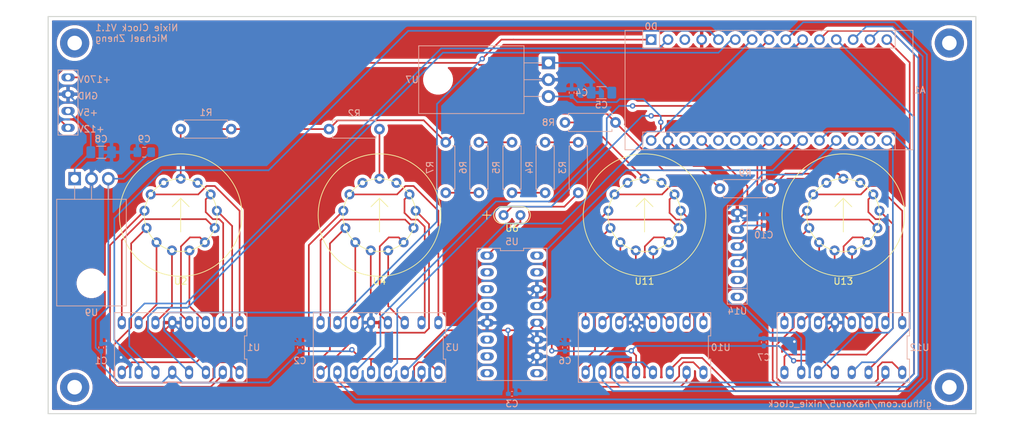
<source format=kicad_pcb>
(kicad_pcb (version 20171130) (host pcbnew "(5.1.12)-1")
  (title_block (title "Nixie Clock") (date 2021-12-28) (rev 1.1) (company "Michael Zheng"))
  (layers (0 F.Cu signal) (31 B.Cu signal) (34 B.Paste user) (35 F.Paste user) (36 B.SilkS user) (37 F.SilkS user) (38 B.Mask user) (39 F.Mask user) (44 Edge.Cuts user))
  (net 0 "")
  (net 1 H1A)
  (net 2 "Net-(A1-Pad17)")
  (net 3 H1B)
  (net 4 "Net-(A1-Pad18)")
  (net 5 "Net-(A1-Pad3)")
  (net 6 M2C)
  (net 7 M2D)
  (net 8 H1C)
  (net 9 DEC)
  (net 10 H1D)
  (net 11 H2A)
  (net 12 H2B)
  (net 13 "Net-(A1-Pad24)")
  (net 14 H2C)
  (net 15 "Net-(A1-Pad25)")
  (net 16 H2D)
  (net 17 "Net-(A1-Pad26)")
  (net 18 M1A)
  (net 19 "Net-(A1-Pad27)")
  (net 20 M1B)
  (net 21 "Net-(A1-Pad28)")
  (net 22 M1C)
  (net 23 M1D)
  (net 24 +12V)
  (net 25 M2A)
  (net 26 M2B)
  (net 27 "Net-(R1-Pad1)")
  (net 28 "Net-(R2-Pad1)")
  (net 29 "Net-(R3-Pad1)")
  (net 30 "Net-(R5-Pad1)")
  (net 31 "Net-(R6-Pad2)")
  (net 32 "Net-(U1-Pad1)")
  (net 33 "Net-(U1-Pad2)")
  (net 34 GND)
  (net 35 "Net-(U2-Pad2)")
  (net 36 "Net-(U2-Pad13)")
  (net 37 +5V)
  (net 38 "Net-(U3-Pad16)")
  (net 39 "Net-(U3-Pad1)")
  (net 40 "Net-(U3-Pad15)")
  (net 41 "Net-(U3-Pad2)")
  (net 42 "Net-(U3-Pad14)")
  (net 43 "Net-(U3-Pad13)")
  (net 44 "Net-(U3-Pad11)")
  (net 45 "Net-(U3-Pad10)")
  (net 46 "Net-(U3-Pad9)")
  (net 47 "Net-(U3-Pad8)")
  (net 48 "Net-(U4-Pad13)")
  (net 49 "Net-(U4-Pad2)")
  (net 50 "Net-(U5-Pad13)")
  (net 51 "Net-(U5-Pad2)")
  (net 52 "Net-(U10-Pad8)")
  (net 53 "Net-(U10-Pad9)")
  (net 54 "Net-(U10-Pad10)")
  (net 55 "Net-(U10-Pad11)")
  (net 56 "Net-(U10-Pad13)")
  (net 57 "Net-(U10-Pad14)")
  (net 58 "Net-(U10-Pad2)")
  (net 59 "Net-(U10-Pad15)")
  (net 60 "Net-(U10-Pad1)")
  (net 61 "Net-(U10-Pad16)")
  (net 62 "Net-(R3-Pad2)")
  (net 63 "Net-(R4-Pad2)")
  (net 64 "Net-(R8-Pad1)")
  (net 65 "Net-(R9-Pad1)")
  (net 66 "Net-(U1-Pad16)")
  (net 67 "Net-(U1-Pad15)")
  (net 68 "Net-(U1-Pad14)")
  (net 69 "Net-(U1-Pad13)")
  (net 70 "Net-(U1-Pad11)")
  (net 71 "Net-(U1-Pad10)")
  (net 72 "Net-(U1-Pad9)")
  (net 73 "Net-(U1-Pad8)")
  (net 74 "Net-(U5-Pad8)")
  (net 75 "Net-(U5-Pad9)")
  (net 76 "Net-(U5-Pad10)")
  (net 77 "Net-(U5-Pad11)")
  (net 78 "Net-(U5-Pad14)")
  (net 79 "Net-(U5-Pad15)")
  (net 80 "Net-(U5-Pad1)")
  (net 81 "Net-(U5-Pad16)")
  (net 82 "Net-(U11-Pad2)")
  (net 83 "Net-(U11-Pad13)")
  (net 84 "Net-(U12-Pad1)")
  (net 85 "Net-(U12-Pad2)")
  (net 86 +170V)
  (net 87 SCL)
  (net 88 SDA)
  (net 89 "Net-(A1-Pad30)")
  (net 90 "Net-(C8-Pad2)")
  (net 91 "Net-(U12-Pad16)")
  (net 92 "Net-(U12-Pad15)")
  (net 93 "Net-(U12-Pad14)")
  (net 94 "Net-(U12-Pad13)")
  (net 95 "Net-(U12-Pad11)")
  (net 96 "Net-(U12-Pad10)")
  (net 97 "Net-(U12-Pad9)")
  (net 98 "Net-(U12-Pad8)")
  (net 99 "Net-(U13-Pad13)")
  (net 100 "Net-(U13-Pad2)")
  (net 101 "Net-(U14-Pad1)")
  (net 102 "Net-(U14-Pad2)")
  (module MountingHole:MountingHole_2.2mm_M2_Pad (layer F.Cu) (at 232 75.5)
    (fp_text reference REF**)
    (fp_text value MountingHole_2.2mm_M2_Pad)
    (pad 1 thru_hole circle (at 0 0) (size 4.4 4.4) (drill 2.2) (layers *.Cu *.Mask))
  )
  (module MountingHole:MountingHole_2.2mm_M2_Pad (layer F.Cu) (at 232 127.5)
    (fp_text reference REF**)
    (fp_text value MountingHole_2.2mm_M2_Pad)
    (pad 1 thru_hole circle (at 0 0) (size 4.4 4.4) (drill 2.2) (layers *.Cu *.Mask))
  )
  (module MountingHole:MountingHole_2.2mm_M2_Pad (layer F.Cu) (at 100 127.5)
    (fp_text reference REF**)
    (fp_text value MountingHole_2.2mm_M2_Pad)
    (pad 1 thru_hole circle (at 0 0) (size 4.4 4.4) (drill 2.2) (layers *.Cu *.Mask))
  )
  (module MountingHole:MountingHole_2.2mm_M2_Pad (layer F.Cu) (at 100 75.5)
    (fp_text reference REF**)
    (fp_text value MountingHole_2.2mm_M2_Pad)
    (pad 1 thru_hole circle (at 0 0) (size 4.4 4.4) (drill 2.2) (layers *.Cu *.Mask))
  )
  (module Package_TO_SOT_THT:TO-220F-3_Horizontal_TabDown (layer B.Cu) (at 100 96)
    (fp_text reference U9 (at 2.54 20.22) (layer B.SilkS) (effects (justify mirror)))
    (fp_text value NJM78M05FA‎)
    (pad "" np_thru_hole oval (at 2.54 15.8) (size 3.5 3.5) (drill 3.5) (layers *.Cu *.Mask))
    (pad 1 thru_hole rect (at 0 0) (size 1.905 2) (drill 1.2) (layers *.Cu *.Mask) (net 90 "Net-(C8-Pad2)"))
    (pad 2 thru_hole oval (at 2.54 0) (size 1.905 2) (drill 1.2) (layers *.Cu *.Mask) (net 34 GND))
    (pad 3 thru_hole oval (at 5.08 0) (size 1.905 2) (drill 1.2) (layers *.Cu *.Mask) (net 37 +5V))
  )
  (module Capacitor_SMD:C_0805_2012Metric_Pad1.18x1.45mm_HandSolder (layer B.Cu) (at 110.5 92 180)
    (fp_text reference C9 (at 0 2) (layer B.SilkS) (effects (justify mirror)))
    (fp_text value 10uF)
    (pad 1 smd roundrect (at -1.0375 0 180) (size 1.175 1.45) (layers B.Cu B.Paste B.Mask) (roundrect_rratio 0.2127659574468085) (net 37 +5V))
    (pad 2 smd roundrect (at 1.0375 0 180) (size 1.175 1.45) (layers B.Cu B.Paste B.Mask) (roundrect_rratio 0.2127659574468085) (net 34 GND))
  )
  (module Capacitor_SMD:C_1206_3216Metric_Pad1.33x1.80mm_HandSolder (layer B.Cu) (at 104 92 180)
    (fp_text reference C8 (at 0 2) (layer B.SilkS) (effects (justify mirror)))
    (fp_text value 0.33uF)
    (pad 2 smd roundrect (at 1.5625 0 180) (size 1.325 1.8) (layers B.Cu B.Paste B.Mask) (roundrect_rratio 0.1886769811320755) (net 90 "Net-(C8-Pad2)"))
    (pad 1 smd roundrect (at -1.5625 0 180) (size 1.325 1.8) (layers B.Cu B.Paste B.Mask) (roundrect_rratio 0.1886769811320755) (net 34 GND))
  )
  (module Nixie_Clock_Footprint:PS_V2H (layer B.Cu) (at 99 84.5 270)
    (fp_text reference U8)
    (fp_text value PS_V2H)
    (pad 4 thru_hole oval (at 3.81 0 270) (size 1.2 2) (drill 0.8) (layers *.Cu *.Mask) (net 24 +12V))
    (pad 3 thru_hole oval (at 1.27 0 270) (size 1.2 2) (drill 0.8) (layers *.Cu *.Mask) (net 90 "Net-(C8-Pad2)"))
    (pad 2 thru_hole oval (at -1.27 0 270) (size 1.2 2) (drill 0.8) (layers *.Cu *.Mask) (net 34 GND))
    (pad 1 thru_hole oval (at -3.81 0 270) (size 1.2 2) (drill 0.8) (layers *.Cu *.Mask) (net 86 +170V))
  )
  (module Nixie_Clock_Footprint:K155ID1 (layer B.Cu) (at 216 121.5 180)
    (fp_text reference U12 (at -11.5 0) (layer B.SilkS) (effects (justify mirror)))
    (fp_text value K155ID1)
    (pad 16 thru_hole oval (at -8.89 3.76 180) (size 1.2 2) (drill 0.8) (layers *.Cu *.Mask) (net 91 "Net-(U12-Pad16)"))
    (pad 1 thru_hole oval (at -8.89 -3.76 180) (size 1.2 2) (drill 0.8) (layers *.Cu *.Mask) (net 84 "Net-(U12-Pad1)"))
    (pad 15 thru_hole oval (at -6.35 3.76 180) (size 1.2 2) (drill 0.8) (layers *.Cu *.Mask) (net 92 "Net-(U12-Pad15)"))
    (pad 2 thru_hole oval (at -6.35 -3.76 180) (size 1.2 2) (drill 0.8) (layers *.Cu *.Mask) (net 85 "Net-(U12-Pad2)"))
    (pad 14 thru_hole oval (at -3.81 3.76 180) (size 1.2 2) (drill 0.8) (layers *.Cu *.Mask) (net 93 "Net-(U12-Pad14)"))
    (pad 3 thru_hole oval (at -3.81 -3.76 180) (size 1.2 2) (drill 0.8) (layers *.Cu *.Mask) (net 25 M2A))
    (pad 13 thru_hole oval (at -1.27 3.76 180) (size 1.2 2) (drill 0.8) (layers *.Cu *.Mask) (net 94 "Net-(U12-Pad13)"))
    (pad 4 thru_hole oval (at -1.27 -3.76 180) (size 1.2 2) (drill 0.8) (layers *.Cu *.Mask) (net 7 M2D))
    (pad 12 thru_hole oval (at 1.27 3.76 180) (size 1.2 2) (drill 0.8) (layers *.Cu *.Mask) (net 34 GND))
    (pad 5 thru_hole oval (at 1.27 -3.76 180) (size 1.2 2) (drill 0.8) (layers *.Cu *.Mask) (net 37 +5V))
    (pad 11 thru_hole oval (at 3.81 3.76 180) (size 1.2 2) (drill 0.8) (layers *.Cu *.Mask) (net 95 "Net-(U12-Pad11)"))
    (pad 6 thru_hole oval (at 3.81 -3.76 180) (size 1.2 2) (drill 0.8) (layers *.Cu *.Mask) (net 26 M2B))
    (pad 10 thru_hole oval (at 6.35 3.76 180) (size 1.2 2) (drill 0.8) (layers *.Cu *.Mask) (net 96 "Net-(U12-Pad10)"))
    (pad 7 thru_hole oval (at 6.35 -3.76 180) (size 1.2 2) (drill 0.8) (layers *.Cu *.Mask) (net 6 M2C))
    (pad 9 thru_hole oval (at 8.89 3.76 180) (size 1.2 2) (drill 0.8) (layers *.Cu *.Mask) (net 97 "Net-(U12-Pad9)"))
    (pad 8 thru_hole oval (at 8.89 -3.76 180) (size 1.2 2) (drill 0.8) (layers *.Cu *.Mask) (net 98 "Net-(U12-Pad8)"))
  )
  (module Resistor_THT:R_Axial_DIN0207_L6.3mm_D2.5mm_P7.62mm_Horizontal (layer B.Cu) (at 146 88.5 180)
    (fp_text reference R2 (at 3.81 2.37) (layer B.SilkS) (effects (justify mirror)))
    (fp_text value 10k)
    (pad 2 thru_hole oval (at 7.62 0 180) (size 1.6 1.6) (drill 0.8) (layers *.Cu *.Mask) (net 86 +170V))
    (pad 1 thru_hole circle (at 0 0 180) (size 1.6 1.6) (drill 0.8) (layers *.Cu *.Mask) (net 28 "Net-(R2-Pad1)"))
  )
  (module Module:Arduino_Nano (layer B.Cu) (at 187 74.985 270)
    (fp_text reference A1 (at 7.62 -40.5) (layer B.SilkS) (effects (justify mirror)))
    (fp_text value Arduino_Nano_Every)
    (pad 1 thru_hole rect (at 0 0 270) (size 1.6 1.6) (drill 1) (layers *.Cu *.Mask) (net 1 H1A))
    (pad 17 thru_hole oval (at 15.24 -33.02 270) (size 1.6 1.6) (drill 1) (layers *.Cu *.Mask) (net 2 "Net-(A1-Pad17)"))
    (pad 2 thru_hole oval (at 0 -2.54 270) (size 1.6 1.6) (drill 1) (layers *.Cu *.Mask) (net 3 H1B))
    (pad 18 thru_hole oval (at 15.24 -30.48 270) (size 1.6 1.6) (drill 1) (layers *.Cu *.Mask) (net 4 "Net-(A1-Pad18)"))
    (pad 3 thru_hole oval (at 0 -5.08 270) (size 1.6 1.6) (drill 1) (layers *.Cu *.Mask) (net 5 "Net-(A1-Pad3)"))
    (pad 19 thru_hole oval (at 15.24 -27.94 270) (size 1.6 1.6) (drill 1) (layers *.Cu *.Mask) (net 6 M2C))
    (pad 4 thru_hole oval (at 0 -7.62 270) (size 1.6 1.6) (drill 1) (layers *.Cu *.Mask) (net 34 GND))
    (pad 20 thru_hole oval (at 15.24 -25.4 270) (size 1.6 1.6) (drill 1) (layers *.Cu *.Mask) (net 7 M2D))
    (pad 5 thru_hole oval (at 0 -10.16 270) (size 1.6 1.6) (drill 1) (layers *.Cu *.Mask) (net 8 H1C))
    (pad 21 thru_hole oval (at 15.24 -22.86 270) (size 1.6 1.6) (drill 1) (layers *.Cu *.Mask) (net 9 DEC))
    (pad 6 thru_hole oval (at 0 -12.7 270) (size 1.6 1.6) (drill 1) (layers *.Cu *.Mask) (net 10 H1D))
    (pad 22 thru_hole oval (at 15.24 -20.32 270) (size 1.6 1.6) (drill 1) (layers *.Cu *.Mask) (net 87 SCL))
    (pad 7 thru_hole oval (at 0 -15.24 270) (size 1.6 1.6) (drill 1) (layers *.Cu *.Mask) (net 11 H2A))
    (pad 23 thru_hole oval (at 15.24 -17.78 270) (size 1.6 1.6) (drill 1) (layers *.Cu *.Mask) (net 88 SDA))
    (pad 8 thru_hole oval (at 0 -17.78 270) (size 1.6 1.6) (drill 1) (layers *.Cu *.Mask) (net 12 H2B))
    (pad 24 thru_hole oval (at 15.24 -15.24 270) (size 1.6 1.6) (drill 1) (layers *.Cu *.Mask) (net 13 "Net-(A1-Pad24)"))
    (pad 9 thru_hole oval (at 0 -20.32 270) (size 1.6 1.6) (drill 1) (layers *.Cu *.Mask) (net 14 H2C))
    (pad 25 thru_hole oval (at 15.24 -12.7 270) (size 1.6 1.6) (drill 1) (layers *.Cu *.Mask) (net 15 "Net-(A1-Pad25)"))
    (pad 10 thru_hole oval (at 0 -22.86 270) (size 1.6 1.6) (drill 1) (layers *.Cu *.Mask) (net 16 H2D))
    (pad 26 thru_hole oval (at 15.24 -10.16 270) (size 1.6 1.6) (drill 1) (layers *.Cu *.Mask) (net 17 "Net-(A1-Pad26)"))
    (pad 11 thru_hole oval (at 0 -25.4 270) (size 1.6 1.6) (drill 1) (layers *.Cu *.Mask) (net 18 M1A))
    (pad 27 thru_hole oval (at 15.24 -7.62 270) (size 1.6 1.6) (drill 1) (layers *.Cu *.Mask) (net 19 "Net-(A1-Pad27)"))
    (pad 12 thru_hole oval (at 0 -27.94 270) (size 1.6 1.6) (drill 1) (layers *.Cu *.Mask) (net 20 M1B))
    (pad 28 thru_hole oval (at 15.24 -5.08 270) (size 1.6 1.6) (drill 1) (layers *.Cu *.Mask) (net 21 "Net-(A1-Pad28)"))
    (pad 13 thru_hole oval (at 0 -30.48 270) (size 1.6 1.6) (drill 1) (layers *.Cu *.Mask) (net 22 M1C))
    (pad 29 thru_hole oval (at 15.24 -2.54 270) (size 1.6 1.6) (drill 1) (layers *.Cu *.Mask) (net 34 GND))
    (pad 14 thru_hole oval (at 0 -33.02 270) (size 1.6 1.6) (drill 1) (layers *.Cu *.Mask) (net 23 M1D))
    (pad 30 thru_hole oval (at 15.24 0 270) (size 1.6 1.6) (drill 1) (layers *.Cu *.Mask) (net 89 "Net-(A1-Pad30)"))
    (pad 15 thru_hole oval (at 0 -35.56 270) (size 1.6 1.6) (drill 1) (layers *.Cu *.Mask) (net 25 M2A))
    (pad 16 thru_hole oval (at 15.24 -35.56 270) (size 1.6 1.6) (drill 1) (layers *.Cu *.Mask) (net 26 M2B))
  )
  (module Capacitor_SMD:C_0402_1005Metric_Pad0.74x0.62mm_HandSolder (layer B.Cu) (at 104 121.5 270)
    (fp_text reference C1 (at 2 0) (layer B.SilkS) (effects (justify mirror)))
    (fp_text value 100nF)
    (pad 1 smd roundrect (at -0.5675 0 270) (size 0.735 0.62) (layers B.Cu B.Paste B.Mask) (net 34 GND))
    (pad 2 smd roundrect (at 0.5675 0 270) (size 0.735 0.62) (layers B.Cu B.Paste B.Mask) (net 37 +5V))
  )
  (module Capacitor_SMD:C_0402_1005Metric_Pad0.74x0.62mm_HandSolder (layer B.Cu) (at 134 121.5 270)
    (fp_text reference C2 (at 2 0) (layer B.SilkS) (effects (justify mirror)))
    (fp_text value 100nF)
    (pad 2 smd roundrect (at 0.5675 0 270) (size 0.735 0.62) (layers B.Cu B.Paste B.Mask) (net 37 +5V))
    (pad 1 smd roundrect (at -0.5675 0 270) (size 0.735 0.62) (layers B.Cu B.Paste B.Mask) (net 34 GND))
  )
  (module Capacitor_SMD:C_0402_1005Metric_Pad0.74x0.62mm_HandSolder (layer B.Cu) (at 166 128.5 180)
    (fp_text reference C3 (at 0 -1.5 180) (layer B.SilkS) (effects (justify mirror)))
    (fp_text value 100nF)
    (pad 1 smd roundrect (at -0.5675 0 180) (size 0.735 0.62) (layers B.Cu B.Paste B.Mask) (net 34 GND))
    (pad 2 smd roundrect (at 0.5675 0 180) (size 0.735 0.62) (layers B.Cu B.Paste B.Mask) (net 37 +5V))
  )
  (module Capacitor_SMD:C_0402_1005Metric_Pad0.74x0.62mm_HandSolder (layer B.Cu) (at 175 83 90)
    (fp_text reference C4 (at 0 1.5) (layer B.SilkS) (effects (justify mirror)))
    (fp_text value 100nF)
    (pad 1 smd roundrect (at -0.5675 0 90) (size 0.735 0.62) (layers B.Cu B.Paste B.Mask) (net 89 "Net-(A1-Pad30)"))
    (pad 2 smd roundrect (at 0.5675 0 90) (size 0.735 0.62) (layers B.Cu B.Paste B.Mask) (net 34 GND))
  )
  (module Capacitor_SMD:C_1206_3216Metric_Pad1.33x1.80mm_HandSolder (layer B.Cu) (at 179.5 83)
    (fp_text reference C5 (at 0 1.85) (layer B.SilkS) (effects (justify mirror)))
    (fp_text value 0.33uF)
    (pad 1 smd roundrect (at -1.5625 0) (size 1.325 1.8) (layers B.Cu B.Paste B.Mask) (roundrect_rratio 0.1886769811320755) (net 34 GND))
    (pad 2 smd roundrect (at 1.5625 0) (size 1.325 1.8) (layers B.Cu B.Paste B.Mask) (roundrect_rratio 0.1886769811320755) (net 24 +12V))
  )
  (module Capacitor_SMD:C_0402_1005Metric_Pad0.74x0.62mm_HandSolder (layer B.Cu) (at 174 121.5 270)
    (fp_text reference C6 (at 2 0 180) (layer B.SilkS) (effects (justify mirror)))
    (fp_text value 100nF)
    (pad 1 smd roundrect (at -0.5675 0 270) (size 0.735 0.62) (layers B.Cu B.Paste B.Mask) (net 34 GND))
    (pad 2 smd roundrect (at 0.5675 0 270) (size 0.735 0.62) (layers B.Cu B.Paste B.Mask) (net 37 +5V))
  )
  (module Capacitor_SMD:C_0402_1005Metric_Pad0.74x0.62mm_HandSolder (layer B.Cu) (at 204 120.705 270)
    (fp_text reference C7 (at 2.295 0) (layer B.SilkS) (effects (justify mirror)))
    (fp_text value 100nF)
    (pad 2 smd roundrect (at 0.5675 0 270) (size 0.735 0.62) (layers B.Cu B.Paste B.Mask) (net 37 +5V))
    (pad 1 smd roundrect (at -0.5675 0 270) (size 0.735 0.62) (layers B.Cu B.Paste B.Mask) (net 34 GND))
  )
  (module Capacitor_SMD:C_0402_1005Metric_Pad0.74x0.62mm_HandSolder (layer B.Cu) (at 204 102.5 90)
    (fp_text reference C10 (at -2 0) (layer B.SilkS) (effects (justify mirror)))
    (fp_text value 100nF)
    (pad 2 smd roundrect (at 0.5675 0 90) (size 0.735 0.62) (layers B.Cu B.Paste B.Mask) (net 34 GND))
    (pad 1 smd roundrect (at -0.5675 0 90) (size 0.735 0.62) (layers B.Cu B.Paste B.Mask) (net 19 "Net-(A1-Pad27)"))
  )
  (module Resistor_THT:R_Axial_DIN0207_L6.3mm_D2.5mm_P7.62mm_Horizontal (layer B.Cu) (at 116 88.5)
    (fp_text reference R1 (at 3.81 -2.5) (layer B.SilkS) (effects (justify mirror)))
    (fp_text value 10k)
    (pad 1 thru_hole circle (at 0 0) (size 1.6 1.6) (drill 0.8) (layers *.Cu *.Mask) (net 27 "Net-(R1-Pad1)"))
    (pad 2 thru_hole oval (at 7.62 0) (size 1.6 1.6) (drill 0.8) (layers *.Cu *.Mask) (net 86 +170V))
  )
  (module Resistor_THT:R_Axial_DIN0207_L6.3mm_D2.5mm_P7.62mm_Horizontal (layer B.Cu) (at 176 90.5 270)
    (fp_text reference R3 (at 3.81 2.37 90) (layer B.SilkS) (effects (justify mirror)))
    (fp_text value 100k)
    (pad 1 thru_hole circle (at 0 0 270) (size 1.6 1.6) (drill 0.8) (layers *.Cu *.Mask) (net 29 "Net-(R3-Pad1)"))
    (pad 2 thru_hole oval (at 7.62 0 270) (size 1.6 1.6) (drill 0.8) (layers *.Cu *.Mask) (net 62 "Net-(R3-Pad2)"))
  )
  (module Resistor_THT:R_Axial_DIN0207_L6.3mm_D2.5mm_P7.62mm_Horizontal (layer B.Cu) (at 171 90.5 270)
    (fp_text reference R4 (at 3.81 2.37 90) (layer B.SilkS) (effects (justify mirror)))
    (fp_text value 10k)
    (pad 1 thru_hole circle (at 0 0 270) (size 1.6 1.6) (drill 0.8) (layers *.Cu *.Mask) (net 29 "Net-(R3-Pad1)"))
    (pad 2 thru_hole oval (at 7.62 0 270) (size 1.6 1.6) (drill 0.8) (layers *.Cu *.Mask) (net 63 "Net-(R4-Pad2)"))
  )
  (module Resistor_THT:R_Axial_DIN0207_L6.3mm_D2.5mm_P7.62mm_Horizontal (layer B.Cu) (at 166 90.5 270)
    (fp_text reference R5 (at 3.81 2.37 90) (layer B.SilkS) (effects (justify mirror)))
    (fp_text value 10k)
    (pad 2 thru_hole oval (at 7.62 0 270) (size 1.6 1.6) (drill 0.8) (layers *.Cu *.Mask) (net 63 "Net-(R4-Pad2)"))
    (pad 1 thru_hole circle (at 0 0 270) (size 1.6 1.6) (drill 0.8) (layers *.Cu *.Mask) (net 30 "Net-(R5-Pad1)"))
  )
  (module Resistor_THT:R_Axial_DIN0207_L6.3mm_D2.5mm_P7.62mm_Horizontal (layer B.Cu) (at 161 90.5 270)
    (fp_text reference R6 (at 3.81 2.37 90) (layer B.SilkS) (effects (justify mirror)))
    (fp_text value 10k)
    (pad 2 thru_hole oval (at 7.62 0 270) (size 1.6 1.6) (drill 0.8) (layers *.Cu *.Mask) (net 31 "Net-(R6-Pad2)"))
    (pad 1 thru_hole circle (at 0 0 270) (size 1.6 1.6) (drill 0.8) (layers *.Cu *.Mask) (net 30 "Net-(R5-Pad1)"))
  )
  (module Resistor_THT:R_Axial_DIN0207_L6.3mm_D2.5mm_P7.62mm_Horizontal (layer B.Cu) (at 156 90.5 270)
    (fp_text reference R7 (at 3.81 2.37 90) (layer B.SilkS) (effects (justify mirror)))
    (fp_text value 5k1)
    (pad 1 thru_hole circle (at 0 0 270) (size 1.6 1.6) (drill 0.8) (layers *.Cu *.Mask) (net 86 +170V))
    (pad 2 thru_hole oval (at 7.62 0 270) (size 1.6 1.6) (drill 0.8) (layers *.Cu *.Mask) (net 31 "Net-(R6-Pad2)"))
  )
  (module Resistor_THT:R_Axial_DIN0207_L6.3mm_D2.5mm_P7.62mm_Horizontal (layer B.Cu) (at 174 87.5)
    (fp_text reference R8 (at -2.5 0) (layer B.SilkS) (effects (justify mirror)))
    (fp_text value 10k)
    (pad 1 thru_hole circle (at 0 0) (size 1.6 1.6) (drill 0.8) (layers *.Cu *.Mask) (net 64 "Net-(R8-Pad1)"))
    (pad 2 thru_hole oval (at 7.62 0) (size 1.6 1.6) (drill 0.8) (layers *.Cu *.Mask) (net 86 +170V))
  )
  (module Resistor_THT:R_Axial_DIN0207_L6.3mm_D2.5mm_P7.62mm_Horizontal (layer B.Cu) (at 205 97.5 180)
    (fp_text reference R9 (at 3.81 2.37) (layer B.SilkS) (effects (justify mirror)))
    (fp_text value 10k)
    (pad 2 thru_hole oval (at 7.62 0 180) (size 1.6 1.6) (drill 0.8) (layers *.Cu *.Mask) (net 86 +170V))
    (pad 1 thru_hole circle (at 0 0 180) (size 1.6 1.6) (drill 0.8) (layers *.Cu *.Mask) (net 65 "Net-(R9-Pad1)"))
  )
  (module Nixie_Clock_Footprint:K155ID1 (layer B.Cu) (at 116 121.5 180)
    (fp_text reference U1 (at -10.99 0) (layer B.SilkS) (effects (justify mirror)))
    (fp_text value K155ID1)
    (pad 16 thru_hole oval (at -8.89 3.76 180) (size 1.2 2) (drill 0.8) (layers *.Cu *.Mask) (net 66 "Net-(U1-Pad16)"))
    (pad 1 thru_hole oval (at -8.89 -3.76 180) (size 1.2 2) (drill 0.8) (layers *.Cu *.Mask) (net 32 "Net-(U1-Pad1)"))
    (pad 15 thru_hole oval (at -6.35 3.76 180) (size 1.2 2) (drill 0.8) (layers *.Cu *.Mask) (net 67 "Net-(U1-Pad15)"))
    (pad 2 thru_hole oval (at -6.35 -3.76 180) (size 1.2 2) (drill 0.8) (layers *.Cu *.Mask) (net 33 "Net-(U1-Pad2)"))
    (pad 14 thru_hole oval (at -3.81 3.76 180) (size 1.2 2) (drill 0.8) (layers *.Cu *.Mask) (net 68 "Net-(U1-Pad14)"))
    (pad 3 thru_hole oval (at -3.81 -3.76 180) (size 1.2 2) (drill 0.8) (layers *.Cu *.Mask) (net 1 H1A))
    (pad 13 thru_hole oval (at -1.27 3.76 180) (size 1.2 2) (drill 0.8) (layers *.Cu *.Mask) (net 69 "Net-(U1-Pad13)"))
    (pad 4 thru_hole oval (at -1.27 -3.76 180) (size 1.2 2) (drill 0.8) (layers *.Cu *.Mask) (net 10 H1D))
    (pad 12 thru_hole oval (at 1.27 3.76 180) (size 1.2 2) (drill 0.8) (layers *.Cu *.Mask) (net 34 GND))
    (pad 5 thru_hole oval (at 1.27 -3.76 180) (size 1.2 2) (drill 0.8) (layers *.Cu *.Mask) (net 37 +5V))
    (pad 11 thru_hole oval (at 3.81 3.76 180) (size 1.2 2) (drill 0.8) (layers *.Cu *.Mask) (net 70 "Net-(U1-Pad11)"))
    (pad 6 thru_hole oval (at 3.81 -3.76 180) (size 1.2 2) (drill 0.8) (layers *.Cu *.Mask) (net 3 H1B))
    (pad 10 thru_hole oval (at 6.35 3.76 180) (size 1.2 2) (drill 0.8) (layers *.Cu *.Mask) (net 71 "Net-(U1-Pad10)"))
    (pad 7 thru_hole oval (at 6.35 -3.76 180) (size 1.2 2) (drill 0.8) (layers *.Cu *.Mask) (net 8 H1C))
    (pad 9 thru_hole oval (at 8.89 3.76 180) (size 1.2 2) (drill 0.8) (layers *.Cu *.Mask) (net 72 "Net-(U1-Pad9)"))
    (pad 8 thru_hole oval (at 8.89 -3.76 180) (size 1.2 2) (drill 0.8) (layers *.Cu *.Mask) (net 73 "Net-(U1-Pad8)"))
  )
  (module Nixie_Clock_Footprint:IN-14 (layer F.Cu) (at 116 101.5)
    (fp_text reference U2 (at 0 10) (layer F.SilkS))
    (fp_text value IN-14)
    (pad 1 thru_hole circle (at 0 -5.5) (size 1.5 1.5) (drill 0.75) (layers *.Cu *.Mask) (net 27 "Net-(R1-Pad1)"))
    (pad 2 thru_hole circle (at 2.555977 -4.870008) (size 1.5 1.5) (drill 0.75) (layers *.Cu *.Mask) (net 35 "Net-(U2-Pad2)"))
    (pad 3 thru_hole circle (at 4.526411 -3.124356) (size 1.5 1.5) (drill 0.75) (layers *.Cu *.Mask) (net 67 "Net-(U1-Pad15)"))
    (pad 4 thru_hole circle (at 5.459899 -0.662952) (size 1.5 1.5) (drill 0.75) (layers *.Cu *.Mask) (net 73 "Net-(U1-Pad8)"))
    (pad 5 thru_hole circle (at 5.142589 1.950327) (size 1.5 1.5) (drill 0.75) (layers *.Cu *.Mask) (net 72 "Net-(U1-Pad9)"))
    (pad 6 thru_hole circle (at 3.647175 4.116809) (size 1.5 1.5) (drill 0.75) (layers *.Cu *.Mask) (net 69 "Net-(U1-Pad13)"))
    (pad 7 thru_hole circle (at 1.316236 5.34018) (size 1.5 1.5) (drill 0.75) (layers *.Cu *.Mask) (net 68 "Net-(U1-Pad14)"))
    (pad 8 thru_hole circle (at -1.316236 5.34018) (size 1.5 1.5) (drill 0.75) (layers *.Cu *.Mask) (net 70 "Net-(U1-Pad11)"))
    (pad 9 thru_hole circle (at -3.647175 4.116809) (size 1.5 1.5) (drill 0.75) (layers *.Cu *.Mask) (net 71 "Net-(U1-Pad10)"))
    (pad 10 thru_hole circle (at -5.142589 1.950327) (size 1.5 1.5) (drill 0.75) (layers *.Cu *.Mask) (net 32 "Net-(U1-Pad1)"))
    (pad 11 thru_hole circle (at -5.459899 -0.662952) (size 1.5 1.5) (drill 0.75) (layers *.Cu *.Mask) (net 33 "Net-(U1-Pad2)"))
    (pad 12 thru_hole circle (at -4.526113 -3.124356) (size 1.5 1.5) (drill 0.75) (layers *.Cu *.Mask) (net 66 "Net-(U1-Pad16)"))
    (pad 13 thru_hole circle (at -2.555977 -4.870008) (size 1.5 1.5) (drill 0.75) (layers *.Cu *.Mask) (net 36 "Net-(U2-Pad13)"))
  )
  (module Nixie_Clock_Footprint:K155ID1 (layer B.Cu) (at 146 121.5 180)
    (fp_text reference U3 (at -10.99 0) (layer B.SilkS) (effects (justify mirror)))
    (fp_text value K155ID1)
    (pad 8 thru_hole oval (at 8.89 -3.76 180) (size 1.2 2) (drill 0.8) (layers *.Cu *.Mask) (net 47 "Net-(U3-Pad8)"))
    (pad 9 thru_hole oval (at 8.89 3.76 180) (size 1.2 2) (drill 0.8) (layers *.Cu *.Mask) (net 46 "Net-(U3-Pad9)"))
    (pad 7 thru_hole oval (at 6.35 -3.76 180) (size 1.2 2) (drill 0.8) (layers *.Cu *.Mask) (net 14 H2C))
    (pad 10 thru_hole oval (at 6.35 3.76 180) (size 1.2 2) (drill 0.8) (layers *.Cu *.Mask) (net 45 "Net-(U3-Pad10)"))
    (pad 6 thru_hole oval (at 3.81 -3.76 180) (size 1.2 2) (drill 0.8) (layers *.Cu *.Mask) (net 12 H2B))
    (pad 11 thru_hole oval (at 3.81 3.76 180) (size 1.2 2) (drill 0.8) (layers *.Cu *.Mask) (net 44 "Net-(U3-Pad11)"))
    (pad 5 thru_hole oval (at 1.27 -3.76 180) (size 1.2 2) (drill 0.8) (layers *.Cu *.Mask) (net 37 +5V))
    (pad 12 thru_hole oval (at 1.27 3.76 180) (size 1.2 2) (drill 0.8) (layers *.Cu *.Mask) (net 34 GND))
    (pad 4 thru_hole oval (at -1.27 -3.76 180) (size 1.2 2) (drill 0.8) (layers *.Cu *.Mask) (net 16 H2D))
    (pad 13 thru_hole oval (at -1.27 3.76 180) (size 1.2 2) (drill 0.8) (layers *.Cu *.Mask) (net 43 "Net-(U3-Pad13)"))
    (pad 3 thru_hole oval (at -3.81 -3.76 180) (size 1.2 2) (drill 0.8) (layers *.Cu *.Mask) (net 11 H2A))
    (pad 14 thru_hole oval (at -3.81 3.76 180) (size 1.2 2) (drill 0.8) (layers *.Cu *.Mask) (net 42 "Net-(U3-Pad14)"))
    (pad 2 thru_hole oval (at -6.35 -3.76 180) (size 1.2 2) (drill 0.8) (layers *.Cu *.Mask) (net 41 "Net-(U3-Pad2)"))
    (pad 15 thru_hole oval (at -6.35 3.76 180) (size 1.2 2) (drill 0.8) (layers *.Cu *.Mask) (net 40 "Net-(U3-Pad15)"))
    (pad 1 thru_hole oval (at -8.89 -3.76 180) (size 1.2 2) (drill 0.8) (layers *.Cu *.Mask) (net 39 "Net-(U3-Pad1)"))
    (pad 16 thru_hole oval (at -8.89 3.76 180) (size 1.2 2) (drill 0.8) (layers *.Cu *.Mask) (net 38 "Net-(U3-Pad16)"))
  )
  (module Nixie_Clock_Footprint:IN-14 (layer F.Cu) (at 146 101.5)
    (fp_text reference U4 (at 0 10) (layer F.SilkS))
    (fp_text value IN-14)
    (pad 13 thru_hole circle (at -2.555977 -4.870008) (size 1.5 1.5) (drill 0.75) (layers *.Cu *.Mask) (net 48 "Net-(U4-Pad13)"))
    (pad 12 thru_hole circle (at -4.526113 -3.124356) (size 1.5 1.5) (drill 0.75) (layers *.Cu *.Mask) (net 38 "Net-(U3-Pad16)"))
    (pad 11 thru_hole circle (at -5.459899 -0.662952) (size 1.5 1.5) (drill 0.75) (layers *.Cu *.Mask) (net 41 "Net-(U3-Pad2)"))
    (pad 10 thru_hole circle (at -5.142589 1.950327) (size 1.5 1.5) (drill 0.75) (layers *.Cu *.Mask) (net 39 "Net-(U3-Pad1)"))
    (pad 9 thru_hole circle (at -3.647175 4.116809) (size 1.5 1.5) (drill 0.75) (layers *.Cu *.Mask) (net 45 "Net-(U3-Pad10)"))
    (pad 8 thru_hole circle (at -1.316236 5.34018) (size 1.5 1.5) (drill 0.75) (layers *.Cu *.Mask) (net 44 "Net-(U3-Pad11)"))
    (pad 7 thru_hole circle (at 1.316236 5.34018) (size 1.5 1.5) (drill 0.75) (layers *.Cu *.Mask) (net 42 "Net-(U3-Pad14)"))
    (pad 6 thru_hole circle (at 3.647175 4.116809) (size 1.5 1.5) (drill 0.75) (layers *.Cu *.Mask) (net 43 "Net-(U3-Pad13)"))
    (pad 5 thru_hole circle (at 5.142589 1.950327) (size 1.5 1.5) (drill 0.75) (layers *.Cu *.Mask) (net 46 "Net-(U3-Pad9)"))
    (pad 4 thru_hole circle (at 5.459899 -0.662952) (size 1.5 1.5) (drill 0.75) (layers *.Cu *.Mask) (net 47 "Net-(U3-Pad8)"))
    (pad 3 thru_hole circle (at 4.526411 -3.124356) (size 1.5 1.5) (drill 0.75) (layers *.Cu *.Mask) (net 40 "Net-(U3-Pad15)"))
    (pad 2 thru_hole circle (at 2.555977 -4.870008) (size 1.5 1.5) (drill 0.75) (layers *.Cu *.Mask) (net 49 "Net-(U4-Pad2)"))
    (pad 1 thru_hole circle (at 0 -5.5) (size 1.5 1.5) (drill 0.75) (layers *.Cu *.Mask) (net 28 "Net-(R2-Pad1)"))
  )
  (module Nixie_Clock_Footprint:K155ID1 (layer B.Cu) (at 166 116.5 270)
    (fp_text reference U5 (at -10.99 0) (layer B.SilkS) (effects (justify mirror)))
    (fp_text value K155ID1)
    (pad 8 thru_hole oval (at 8.89 -3.76 270) (size 1.2 2) (drill 0.8) (layers *.Cu *.Mask) (net 74 "Net-(U5-Pad8)"))
    (pad 9 thru_hole oval (at 8.89 3.76 270) (size 1.2 2) (drill 0.8) (layers *.Cu *.Mask) (net 75 "Net-(U5-Pad9)"))
    (pad 7 thru_hole oval (at 6.35 -3.76 270) (size 1.2 2) (drill 0.8) (layers *.Cu *.Mask) (net 34 GND))
    (pad 10 thru_hole oval (at 6.35 3.76 270) (size 1.2 2) (drill 0.8) (layers *.Cu *.Mask) (net 76 "Net-(U5-Pad10)"))
    (pad 6 thru_hole oval (at 3.81 -3.76 270) (size 1.2 2) (drill 0.8) (layers *.Cu *.Mask) (net 34 GND))
    (pad 11 thru_hole oval (at 3.81 3.76 270) (size 1.2 2) (drill 0.8) (layers *.Cu *.Mask) (net 77 "Net-(U5-Pad11)"))
    (pad 5 thru_hole oval (at 1.27 -3.76 270) (size 1.2 2) (drill 0.8) (layers *.Cu *.Mask) (net 37 +5V))
    (pad 12 thru_hole oval (at 1.27 3.76 270) (size 1.2 2) (drill 0.8) (layers *.Cu *.Mask) (net 34 GND))
    (pad 4 thru_hole oval (at -1.27 -3.76 270) (size 1.2 2) (drill 0.8) (layers *.Cu *.Mask) (net 9 DEC))
    (pad 13 thru_hole oval (at -1.27 3.76 270) (size 1.2 2) (drill 0.8) (layers *.Cu *.Mask) (net 50 "Net-(U5-Pad13)"))
    (pad 3 thru_hole oval (at -3.81 -3.76 270) (size 1.2 2) (drill 0.8) (layers *.Cu *.Mask) (net 34 GND))
    (pad 14 thru_hole oval (at -3.81 3.76 270) (size 1.2 2) (drill 0.8) (layers *.Cu *.Mask) (net 78 "Net-(U5-Pad14)"))
    (pad 2 thru_hole oval (at -6.35 -3.76 270) (size 1.2 2) (drill 0.8) (layers *.Cu *.Mask) (net 51 "Net-(U5-Pad2)"))
    (pad 15 thru_hole oval (at -6.35 3.76 270) (size 1.2 2) (drill 0.8) (layers *.Cu *.Mask) (net 79 "Net-(U5-Pad15)"))
    (pad 1 thru_hole oval (at -8.89 -3.76 270) (size 1.2 2) (drill 0.8) (layers *.Cu *.Mask) (net 80 "Net-(U5-Pad1)"))
    (pad 16 thru_hole oval (at -8.89 3.76 270) (size 1.2 2) (drill 0.8) (layers *.Cu *.Mask) (net 81 "Net-(U5-Pad16)"))
  )
  (module Nixie_Clock_Footprint:IN-3 (layer F.Cu) (at 166 101.5)
    (fp_text reference U6 (at 0 2) (layer F.SilkS))
    (fp_text value IN-3)
    (pad 1 thru_hole circle (at -1.27 0) (size 1.5 1.5) (drill 0.75) (layers *.Cu *.Mask) (net 62 "Net-(R3-Pad2)"))
    (pad 2 thru_hole circle (at 1.27 0) (size 1.5 1.5) (drill 0.75) (layers *.Cu *.Mask) (net 81 "Net-(U5-Pad16)"))
  )
  (module Nixie_Clock_Footprint:K155ID1 (layer B.Cu) (at 186 121.5 180)
    (fp_text reference U10 (at -11.5 0) (layer B.SilkS) (effects (justify mirror)))
    (fp_text value K155ID1)
    (pad 16 thru_hole oval (at -8.89 3.76 180) (size 1.2 2) (drill 0.8) (layers *.Cu *.Mask) (net 61 "Net-(U10-Pad16)"))
    (pad 1 thru_hole oval (at -8.89 -3.76 180) (size 1.2 2) (drill 0.8) (layers *.Cu *.Mask) (net 60 "Net-(U10-Pad1)"))
    (pad 15 thru_hole oval (at -6.35 3.76 180) (size 1.2 2) (drill 0.8) (layers *.Cu *.Mask) (net 59 "Net-(U10-Pad15)"))
    (pad 2 thru_hole oval (at -6.35 -3.76 180) (size 1.2 2) (drill 0.8) (layers *.Cu *.Mask) (net 58 "Net-(U10-Pad2)"))
    (pad 14 thru_hole oval (at -3.81 3.76 180) (size 1.2 2) (drill 0.8) (layers *.Cu *.Mask) (net 57 "Net-(U10-Pad14)"))
    (pad 3 thru_hole oval (at -3.81 -3.76 180) (size 1.2 2) (drill 0.8) (layers *.Cu *.Mask) (net 18 M1A))
    (pad 13 thru_hole oval (at -1.27 3.76 180) (size 1.2 2) (drill 0.8) (layers *.Cu *.Mask) (net 56 "Net-(U10-Pad13)"))
    (pad 4 thru_hole oval (at -1.27 -3.76 180) (size 1.2 2) (drill 0.8) (layers *.Cu *.Mask) (net 23 M1D))
    (pad 12 thru_hole oval (at 1.27 3.76 180) (size 1.2 2) (drill 0.8) (layers *.Cu *.Mask) (net 34 GND))
    (pad 5 thru_hole oval (at 1.27 -3.76 180) (size 1.2 2) (drill 0.8) (layers *.Cu *.Mask) (net 37 +5V))
    (pad 11 thru_hole oval (at 3.81 3.76 180) (size 1.2 2) (drill 0.8) (layers *.Cu *.Mask) (net 55 "Net-(U10-Pad11)"))
    (pad 6 thru_hole oval (at 3.81 -3.76 180) (size 1.2 2) (drill 0.8) (layers *.Cu *.Mask) (net 20 M1B))
    (pad 10 thru_hole oval (at 6.35 3.76 180) (size 1.2 2) (drill 0.8) (layers *.Cu *.Mask) (net 54 "Net-(U10-Pad10)"))
    (pad 7 thru_hole oval (at 6.35 -3.76 180) (size 1.2 2) (drill 0.8) (layers *.Cu *.Mask) (net 22 M1C))
    (pad 9 thru_hole oval (at 8.89 3.76 180) (size 1.2 2) (drill 0.8) (layers *.Cu *.Mask) (net 53 "Net-(U10-Pad9)"))
    (pad 8 thru_hole oval (at 8.89 -3.76 180) (size 1.2 2) (drill 0.8) (layers *.Cu *.Mask) (net 52 "Net-(U10-Pad8)"))
  )
  (module Nixie_Clock_Footprint:IN-14 (layer F.Cu) (at 186 101.5)
    (fp_text reference U11 (at 0 10) (layer F.SilkS))
    (fp_text value IN-14)
    (pad 1 thru_hole circle (at 0 -5.5) (size 1.5 1.5) (drill 0.75) (layers *.Cu *.Mask) (net 64 "Net-(R8-Pad1)"))
    (pad 2 thru_hole circle (at 2.555977 -4.870008) (size 1.5 1.5) (drill 0.75) (layers *.Cu *.Mask) (net 82 "Net-(U11-Pad2)"))
    (pad 3 thru_hole circle (at 4.526411 -3.124356) (size 1.5 1.5) (drill 0.75) (layers *.Cu *.Mask) (net 59 "Net-(U10-Pad15)"))
    (pad 4 thru_hole circle (at 5.459899 -0.662952) (size 1.5 1.5) (drill 0.75) (layers *.Cu *.Mask) (net 52 "Net-(U10-Pad8)"))
    (pad 5 thru_hole circle (at 5.142589 1.950327) (size 1.5 1.5) (drill 0.75) (layers *.Cu *.Mask) (net 53 "Net-(U10-Pad9)"))
    (pad 6 thru_hole circle (at 3.647175 4.116809) (size 1.5 1.5) (drill 0.75) (layers *.Cu *.Mask) (net 56 "Net-(U10-Pad13)"))
    (pad 7 thru_hole circle (at 1.316236 5.34018) (size 1.5 1.5) (drill 0.75) (layers *.Cu *.Mask) (net 57 "Net-(U10-Pad14)"))
    (pad 8 thru_hole circle (at -1.316236 5.34018) (size 1.5 1.5) (drill 0.75) (layers *.Cu *.Mask) (net 55 "Net-(U10-Pad11)"))
    (pad 9 thru_hole circle (at -3.647175 4.116809) (size 1.5 1.5) (drill 0.75) (layers *.Cu *.Mask) (net 54 "Net-(U10-Pad10)"))
    (pad 10 thru_hole circle (at -5.142589 1.950327) (size 1.5 1.5) (drill 0.75) (layers *.Cu *.Mask) (net 60 "Net-(U10-Pad1)"))
    (pad 11 thru_hole circle (at -5.459899 -0.662952) (size 1.5 1.5) (drill 0.75) (layers *.Cu *.Mask) (net 58 "Net-(U10-Pad2)"))
    (pad 12 thru_hole circle (at -4.526113 -3.124356) (size 1.5 1.5) (drill 0.75) (layers *.Cu *.Mask) (net 61 "Net-(U10-Pad16)"))
    (pad 13 thru_hole circle (at -2.555977 -4.870008) (size 1.5 1.5) (drill 0.75) (layers *.Cu *.Mask) (net 83 "Net-(U11-Pad13)"))
  )
  (module Nixie_Clock_Footprint:IN-14 (layer F.Cu) (at 216 101.5)
    (fp_text reference U13 (at 0 10) (layer F.SilkS))
    (fp_text value IN-14)
    (pad 13 thru_hole circle (at -2.555977 -4.870008) (size 1.5 1.5) (drill 0.75) (layers *.Cu *.Mask) (net 99 "Net-(U13-Pad13)"))
    (pad 12 thru_hole circle (at -4.526113 -3.124356) (size 1.5 1.5) (drill 0.75) (layers *.Cu *.Mask) (net 91 "Net-(U12-Pad16)"))
    (pad 11 thru_hole circle (at -5.459899 -0.662952) (size 1.5 1.5) (drill 0.75) (layers *.Cu *.Mask) (net 85 "Net-(U12-Pad2)"))
    (pad 10 thru_hole circle (at -5.142589 1.950327) (size 1.5 1.5) (drill 0.75) (layers *.Cu *.Mask) (net 84 "Net-(U12-Pad1)"))
    (pad 9 thru_hole circle (at -3.647175 4.116809) (size 1.5 1.5) (drill 0.75) (layers *.Cu *.Mask) (net 96 "Net-(U12-Pad10)"))
    (pad 8 thru_hole circle (at -1.316236 5.34018) (size 1.5 1.5) (drill 0.75) (layers *.Cu *.Mask) (net 95 "Net-(U12-Pad11)"))
    (pad 7 thru_hole circle (at 1.316236 5.34018) (size 1.5 1.5) (drill 0.75) (layers *.Cu *.Mask) (net 93 "Net-(U12-Pad14)"))
    (pad 6 thru_hole circle (at 3.647175 4.116809) (size 1.5 1.5) (drill 0.75) (layers *.Cu *.Mask) (net 94 "Net-(U12-Pad13)"))
    (pad 5 thru_hole circle (at 5.142589 1.950327) (size 1.5 1.5) (drill 0.75) (layers *.Cu *.Mask) (net 97 "Net-(U12-Pad9)"))
    (pad 4 thru_hole circle (at 5.459899 -0.662952) (size 1.5 1.5) (drill 0.75) (layers *.Cu *.Mask) (net 98 "Net-(U12-Pad8)"))
    (pad 3 thru_hole circle (at 4.526411 -3.124356) (size 1.5 1.5) (drill 0.75) (layers *.Cu *.Mask) (net 92 "Net-(U12-Pad15)"))
    (pad 2 thru_hole circle (at 2.555977 -4.870008) (size 1.5 1.5) (drill 0.75) (layers *.Cu *.Mask) (net 100 "Net-(U13-Pad2)"))
    (pad 1 thru_hole circle (at 0 -5.5) (size 1.5 1.5) (drill 0.75) (layers *.Cu *.Mask) (net 65 "Net-(R9-Pad1)"))
  )
  (module Nixie_Clock_Footprint:DS3231 (layer B.Cu) (at 200 107.5 90)
    (fp_text reference U14 (at -8.5 0) (layer B.SilkS) (effects (justify mirror)))
    (fp_text value DS3231)
    (pad 1 thru_hole oval (at -6.35 0 90) (size 1.2 2) (drill 0.8) (layers *.Cu *.Mask) (net 101 "Net-(U14-Pad1)"))
    (pad 2 thru_hole oval (at -3.81 0 90) (size 1.2 2) (drill 0.8) (layers *.Cu *.Mask) (net 102 "Net-(U14-Pad2)"))
    (pad 3 thru_hole oval (at -1.27 0 90) (size 1.2 2) (drill 0.8) (layers *.Cu *.Mask) (net 87 SCL))
    (pad 4 thru_hole oval (at 1.27 0 90) (size 1.2 2) (drill 0.8) (layers *.Cu *.Mask) (net 88 SDA))
    (pad 5 thru_hole oval (at 3.81 0 90) (size 1.2 2) (drill 0.8) (layers *.Cu *.Mask) (net 19 "Net-(A1-Pad27)"))
    (pad 6 thru_hole oval (at 6.35 0 90) (size 1.2 2) (drill 0.8) (layers *.Cu *.Mask) (net 34 GND))
  )
  (module Package_TO_SOT_THT:TO-220-3_Horizontal_TabDown (layer B.Cu) (at 171.5 78.5 270)
    (fp_text reference U7 (at 2.54 20.58 180) (layer B.SilkS) (effects (justify mirror)))
    (fp_text value L7812CV)
    (pad "" np_thru_hole oval (at 2.54 16.66 270) (size 3.5 3.5) (drill 3.5) (layers *.Cu *.Mask))
    (pad 1 thru_hole rect (at 0 0 270) (size 1.905 2) (drill 1.1) (layers *.Cu *.Mask) (net 24 +12V))
    (pad 2 thru_hole oval (at 2.54 0 270) (size 1.905 2) (drill 1.1) (layers *.Cu *.Mask) (net 34 GND))
    (pad 3 thru_hole oval (at 5.08 0 270) (size 1.905 2) (drill 1.1) (layers *.Cu *.Mask) (net 89 "Net-(A1-Pad30)"))
  )
  (gr_text +12V (at 102.5 88.5) (layer B.SilkS) (effects (font (size 1 1)) (justify mirror)))
  (gr_text +5V (at 102 86) (layer B.SilkS) (effects (font (size 1 1)) (justify mirror)))
  (gr_text GND (at 102 83.5) (layer B.SilkS) (effects (font (size 1 1)) (justify mirror)))
  (gr_text +170V (at 103 81) (layer B.SilkS) (effects (font (size 1 1)) (justify mirror)))
  (gr_text github.com/haXoru5/nixie_clock (at 217 130) (layer B.SilkS) (effects (font (size 1 1)) (justify mirror)))
  (gr_text "Nixie Clock V1.1\nMichael Zheng\n" (at 103 74) (layer B.SilkS) (effects (font (size 1 1)) (justify right mirror)))
  (gr_text D0 (at 187 73) (layer B.SilkS) (effects (font (size 1 1)) (justify mirror)))
  (gr_line (start 96 131.5) (end 96 71.5) (layer Edge.Cuts) (width 0.15))
  (gr_line (start 96 71.5) (end 236 71.5) (layer Edge.Cuts) (width 0.15))
  (gr_line (start 236 131.5) (end 236 71.5) (layer Edge.Cuts) (width 0.15))
  (gr_line (start 96 131.5) (end 236 131.5) (layer Edge.Cuts) (width 0.15))
  (segment (start 166.215 74.985) (end 187 74.985) (width 0.25) (layer F.Cu) (net 1))
  (segment (start 164.400011 74.985) (end 166.215 74.985) (width 0.25) (layer F.Cu) (net 1))
  (via (at 161.5 77.885011) (size 0.8) (drill 0.4) (layers F.Cu B.Cu) (net 1))
  (segment (start 164.400011 74.985) (end 161.5 77.885011) (width 0.25) (layer F.Cu) (net 1))
  (segment (start 114.264006 116.21499) (end 113.5 116.978996) (width 0.25) (layer B.Cu) (net 1))
  (segment (start 113.5 116.978996) (end 113.5 118.95) (width 0.25) (layer B.Cu) (net 1))
  (segment (start 140.935996 116.21499) (end 114.264006 116.21499) (width 0.25) (layer B.Cu) (net 1))
  (segment (start 154.674999 102.475987) (end 140.935996 116.21499) (width 0.25) (layer B.Cu) (net 1))
  (segment (start 154.674999 84.710012) (end 154.674999 102.475987) (width 0.25) (layer B.Cu) (net 1))
  (segment (start 113.5 118.95) (end 119.81 125.26) (width 0.25) (layer B.Cu) (net 1))
  (segment (start 161.5 77.885011) (end 154.674999 84.710012) (width 0.25) (layer B.Cu) (net 1))
  (segment (start 188.214999 76.310001) (end 189.54 74.985) (width 0.25) (layer B.Cu) (net 3))
  (segment (start 155.309745 76.310001) (end 188.214999 76.310001) (width 0.25) (layer B.Cu) (net 3))
  (segment (start 116.769756 114.84999) (end 155.309745 76.310001) (width 0.25) (layer B.Cu) (net 3))
  (segment (start 110.549006 114.84999) (end 116.769756 114.84999) (width 0.25) (layer B.Cu) (net 3))
  (segment (start 108.23501 117.163986) (end 110.549006 114.84999) (width 0.25) (layer B.Cu) (net 3))
  (segment (start 108.23501 121.30501) (end 108.23501 117.163986) (width 0.25) (layer B.Cu) (net 3))
  (segment (start 112.19 125.26) (end 108.23501 121.30501) (width 0.25) (layer B.Cu) (net 3))
  (segment (start 203.783987 95.375009) (end 209.789991 95.375009) (width 0.25) (layer B.Cu) (net 6))
  (segment (start 209.789991 95.375009) (end 214.94 90.225) (width 0.25) (layer B.Cu) (net 6))
  (segment (start 198.47499 114.315994) (end 198.47499 100.684006) (width 0.25) (layer B.Cu) (net 6))
  (segment (start 200.61501 114.97501) (end 199.134006 114.97501) (width 0.25) (layer B.Cu) (net 6))
  (segment (start 198.47499 100.684006) (end 203.783987 95.375009) (width 0.25) (layer B.Cu) (net 6))
  (segment (start 199.134006 114.97501) (end 198.47499 114.315994) (width 0.25) (layer B.Cu) (net 6))
  (segment (start 209.65 125.26) (end 209.65 120.15) (width 0.25) (layer B.Cu) (net 6))
  (segment (start 208.76501 119.26501) (end 204.90501 119.26501) (width 0.25) (layer B.Cu) (net 6))
  (segment (start 204.90501 119.26501) (end 200.61501 114.97501) (width 0.25) (layer B.Cu) (net 6))
  (segment (start 209.65 120.15) (end 208.76501 119.26501) (width 0.25) (layer B.Cu) (net 6))
  (segment (start 213.725001 88.899999) (end 212.4 90.225) (width 0.25) (layer B.Cu) (net 7))
  (segment (start 223.196001 88.899999) (end 213.725001 88.899999) (width 0.25) (layer B.Cu) (net 7))
  (segment (start 226.01501 118.605994) (end 226.01501 91.719008) (width 0.25) (layer B.Cu) (net 7))
  (segment (start 220.886014 123.73499) (end 226.01501 118.605994) (width 0.25) (layer B.Cu) (net 7))
  (segment (start 218.79501 123.73499) (end 220.886014 123.73499) (width 0.25) (layer B.Cu) (net 7))
  (segment (start 226.01501 91.719008) (end 223.196001 88.899999) (width 0.25) (layer B.Cu) (net 7))
  (segment (start 217.27 125.26) (end 218.79501 123.73499) (width 0.25) (layer B.Cu) (net 7))
  (segment (start 105.98499 101.977539) (end 105.98499 120.34499) (width 0.25) (layer B.Cu) (net 8))
  (segment (start 109.65 124.01) (end 109.65 125.26) (width 0.25) (layer B.Cu) (net 8))
  (segment (start 105.98499 120.34499) (end 109.65 124.01) (width 0.25) (layer B.Cu) (net 8))
  (segment (start 195.834999 73.659999) (end 150.339747 73.659999) (width 0.25) (layer B.Cu) (net 8))
  (segment (start 197.16 74.985) (end 195.834999 73.659999) (width 0.25) (layer B.Cu) (net 8))
  (segment (start 129.274747 94.724999) (end 129.749873 94.249873) (width 0.25) (layer B.Cu) (net 8))
  (segment (start 113.23753 94.724999) (end 129.274747 94.724999) (width 0.25) (layer B.Cu) (net 8))
  (segment (start 105.98499 101.977539) (end 113.23753 94.724999) (width 0.25) (layer B.Cu) (net 8))
  (segment (start 129.749873 94.249873) (end 129.5 94.499746) (width 0.25) (layer B.Cu) (net 8))
  (segment (start 150.339747 73.659999) (end 129.749873 94.249873) (width 0.25) (layer B.Cu) (net 8))
  (segment (start 171.28501 113.70499) (end 169.76 115.23) (width 0.25) (layer B.Cu) (net 9))
  (segment (start 171.28501 106.677519) (end 171.28501 113.70499) (width 0.25) (layer B.Cu) (net 9))
  (segment (start 183.23753 94.724999) (end 171.28501 106.677519) (width 0.25) (layer B.Cu) (net 9))
  (segment (start 205.360001 94.724999) (end 183.23753 94.724999) (width 0.25) (layer B.Cu) (net 9))
  (segment (start 209.86 90.225) (end 205.360001 94.724999) (width 0.25) (layer B.Cu) (net 9))
  (segment (start 199.359746 74.985) (end 199.7 74.985) (width 0.25) (layer B.Cu) (net 10))
  (segment (start 197.145991 76.960011) (end 199.121002 74.985) (width 0.25) (layer B.Cu) (net 10))
  (segment (start 155.578987 76.960011) (end 197.145991 76.960011) (width 0.25) (layer B.Cu) (net 10))
  (segment (start 199.121002 74.985) (end 199.7 74.985) (width 0.25) (layer B.Cu) (net 10))
  (segment (start 117.038998 115.5) (end 155.578987 76.960011) (width 0.25) (layer B.Cu) (net 10))
  (segment (start 112.438996 115.5) (end 117.038998 115.5) (width 0.25) (layer B.Cu) (net 10))
  (segment (start 111.06499 116.874006) (end 112.438996 115.5) (width 0.25) (layer B.Cu) (net 10))
  (segment (start 111.06499 119.05499) (end 111.06499 116.874006) (width 0.25) (layer B.Cu) (net 10))
  (segment (start 117.27 125.26) (end 111.06499 119.05499) (width 0.25) (layer B.Cu) (net 10))
  (segment (start 185.674999 90.625001) (end 185.674999 89.588999) (width 0.25) (layer B.Cu) (net 11))
  (segment (start 173.524999 102.775001) (end 185.674999 90.625001) (width 0.25) (layer B.Cu) (net 11))
  (segment (start 165.083995 102.775001) (end 173.524999 102.775001) (width 0.25) (layer B.Cu) (net 11))
  (segment (start 160.71499 107.144006) (end 165.083995 102.775001) (width 0.25) (layer B.Cu) (net 11))
  (segment (start 160.71499 114.35501) (end 160.71499 107.144006) (width 0.25) (layer B.Cu) (net 11))
  (segment (start 149.81 125.26) (end 160.71499 114.35501) (width 0.25) (layer B.Cu) (net 11))
  (segment (start 202.24 74.985) (end 188.343001 88.881999) (width 0.25) (layer B.Cu) (net 11))
  (segment (start 188.343001 88.881999) (end 186.381999 88.881999) (width 0.25) (layer B.Cu) (net 11))
  (segment (start 185.674999 89.588999) (end 186.381999 88.881999) (width 0.25) (layer B.Cu) (net 11))
  (via (at 184.2 85) (size 0.8) (drill 0.4) (layers F.Cu B.Cu) (net 12))
  (segment (start 180.294999 86.863999) (end 182.158998 85) (width 0.25) (layer B.Cu) (net 12))
  (segment (start 180.294999 90.786003) (end 180.294999 86.863999) (width 0.25) (layer B.Cu) (net 12))
  (segment (start 171.636001 99.445001) (end 180.294999 90.786003) (width 0.25) (layer B.Cu) (net 12))
  (segment (start 163.573995 99.445001) (end 171.636001 99.445001) (width 0.25) (layer B.Cu) (net 12))
  (segment (start 146.14499 116.874006) (end 163.573995 99.445001) (width 0.25) (layer B.Cu) (net 12))
  (segment (start 182.158998 85) (end 184.2 85) (width 0.25) (layer B.Cu) (net 12))
  (segment (start 146.14499 121.30501) (end 146.14499 116.874006) (width 0.25) (layer B.Cu) (net 12))
  (segment (start 142.19 125.26) (end 146.14499 121.30501) (width 0.25) (layer B.Cu) (net 12))
  (segment (start 194.765 85) (end 204.78 74.985) (width 0.25) (layer F.Cu) (net 12))
  (segment (start 184.2 85) (end 194.765 85) (width 0.25) (layer F.Cu) (net 12))
  (segment (start 228.615048 77.240542) (end 223.734485 72.359979) (width 0.25) (layer B.Cu) (net 14))
  (segment (start 228.615048 126.283712) (end 228.615048 77.240542) (width 0.25) (layer B.Cu) (net 14))
  (segment (start 209.945021 72.359979) (end 207.32 74.985) (width 0.25) (layer B.Cu) (net 14))
  (segment (start 223.734485 72.359979) (end 209.945021 72.359979) (width 0.25) (layer B.Cu) (net 14))
  (segment (start 225.56375 129.33501) (end 228.615048 126.283712) (width 0.25) (layer B.Cu) (net 14))
  (segment (start 142.47501 129.33501) (end 225.56375 129.33501) (width 0.25) (layer B.Cu) (net 14))
  (segment (start 139.65 126.51) (end 142.47501 129.33501) (width 0.25) (layer B.Cu) (net 14))
  (segment (start 139.65 125.26) (end 139.65 126.51) (width 0.25) (layer B.Cu) (net 14))
  (segment (start 185.658998 86.5) (end 187 86.5) (width 0.25) (layer B.Cu) (net 16))
  (segment (start 171.933999 100.224999) (end 185.658998 86.5) (width 0.25) (layer B.Cu) (net 16))
  (segment (start 164.117999 100.224999) (end 171.933999 100.224999) (width 0.25) (layer B.Cu) (net 16))
  (via (at 187 86.5) (size 0.8) (drill 0.4) (layers F.Cu B.Cu) (net 16))
  (segment (start 148.68499 115.658008) (end 164.117999 100.224999) (width 0.25) (layer B.Cu) (net 16))
  (segment (start 148.68499 123.84501) (end 148.68499 115.658008) (width 0.25) (layer B.Cu) (net 16))
  (segment (start 147.27 125.26) (end 148.68499 123.84501) (width 0.25) (layer B.Cu) (net 16))
  (segment (start 198.345 86.5) (end 209.86 74.985) (width 0.25) (layer F.Cu) (net 16))
  (segment (start 187 86.5) (end 198.345 86.5) (width 0.25) (layer F.Cu) (net 16))
  (segment (start 226.66502 125.475984) (end 226.66502 77.129018) (width 0.25) (layer F.Cu) (net 18))
  (segment (start 224.055974 128.08503) (end 226.66502 125.475984) (width 0.25) (layer F.Cu) (net 18))
  (segment (start 199.706034 128.08503) (end 224.055974 128.08503) (width 0.25) (layer F.Cu) (net 18))
  (segment (start 226.66502 77.129018) (end 223.196001 73.659999) (width 0.25) (layer F.Cu) (net 18))
  (segment (start 194.705984 123.08498) (end 199.706034 128.08503) (width 0.25) (layer F.Cu) (net 18))
  (segment (start 213.725001 73.659999) (end 212.4 74.985) (width 0.25) (layer F.Cu) (net 18))
  (segment (start 191.614764 123.08498) (end 194.705984 123.08498) (width 0.25) (layer F.Cu) (net 18))
  (segment (start 189.81 124.889744) (end 191.614764 123.08498) (width 0.25) (layer F.Cu) (net 18))
  (segment (start 223.196001 73.659999) (end 213.725001 73.659999) (width 0.25) (layer F.Cu) (net 18))
  (segment (start 189.81 125.26) (end 189.81 124.889744) (width 0.25) (layer F.Cu) (net 18))
  (segment (start 200.6225 103.0675) (end 200 103.69) (width 0.25) (layer B.Cu) (net 19))
  (segment (start 204 103.0675) (end 200.6225 103.0675) (width 0.25) (layer B.Cu) (net 19))
  (segment (start 201.52501 102.16499) (end 200 103.69) (width 0.25) (layer F.Cu) (net 19))
  (segment (start 201.52501 97.13001) (end 201.52501 102.16499) (width 0.25) (layer F.Cu) (net 19))
  (segment (start 194.62 90.225) (end 201.52501 97.13001) (width 0.25) (layer F.Cu) (net 19))
  (segment (start 226.665018 86.710018) (end 214.94 74.985) (width 0.25) (layer B.Cu) (net 20))
  (segment (start 226.665018 125.475986) (end 226.665018 86.710018) (width 0.25) (layer B.Cu) (net 20))
  (segment (start 225.355994 126.78501) (end 226.665018 125.475986) (width 0.25) (layer B.Cu) (net 20))
  (segment (start 183.71501 126.78501) (end 225.355994 126.78501) (width 0.25) (layer B.Cu) (net 20))
  (segment (start 182.19 125.26) (end 183.71501 126.78501) (width 0.25) (layer B.Cu) (net 20))
  (segment (start 219.455011 73.009989) (end 217.48 74.985) (width 0.25) (layer B.Cu) (net 22))
  (segment (start 223.465243 73.009989) (end 219.455011 73.009989) (width 0.25) (layer B.Cu) (net 22))
  (segment (start 227.965038 126.01447) (end 227.965038 77.509784) (width 0.25) (layer B.Cu) (net 22))
  (segment (start 227.965038 77.509784) (end 223.465243 73.009989) (width 0.25) (layer B.Cu) (net 22))
  (segment (start 225.894478 128.08503) (end 227.965038 126.01447) (width 0.25) (layer B.Cu) (net 22))
  (segment (start 181.22503 128.08503) (end 225.894478 128.08503) (width 0.25) (layer B.Cu) (net 22))
  (segment (start 179.65 126.51) (end 181.22503 128.08503) (width 0.25) (layer B.Cu) (net 22))
  (segment (start 179.65 125.26) (end 179.65 126.51) (width 0.25) (layer B.Cu) (net 22))
  (segment (start 221.345001 73.659999) (end 220.02 74.985) (width 0.25) (layer B.Cu) (net 23))
  (segment (start 227.315028 125.745228) (end 227.315028 77.779026) (width 0.25) (layer B.Cu) (net 23))
  (segment (start 227.315028 77.779026) (end 223.196001 73.659999) (width 0.25) (layer B.Cu) (net 23))
  (segment (start 182.374016 127.43502) (end 225.625236 127.43502) (width 0.25) (layer B.Cu) (net 23))
  (segment (start 223.196001 73.659999) (end 221.345001 73.659999) (width 0.25) (layer B.Cu) (net 23))
  (segment (start 181.06499 126.125994) (end 182.374016 127.43502) (width 0.25) (layer B.Cu) (net 23))
  (segment (start 181.724006 123.73499) (end 181.06499 124.394006) (width 0.25) (layer B.Cu) (net 23))
  (segment (start 181.06499 124.394006) (end 181.06499 126.125994) (width 0.25) (layer B.Cu) (net 23))
  (segment (start 185.74499 123.73499) (end 181.724006 123.73499) (width 0.25) (layer B.Cu) (net 23))
  (segment (start 225.625236 127.43502) (end 227.315028 125.745228) (width 0.25) (layer B.Cu) (net 23))
  (segment (start 187.27 125.26) (end 185.74499 123.73499) (width 0.25) (layer B.Cu) (net 23))
  (segment (start 176.5625 78.5) (end 181.0625 83) (width 0.25) (layer B.Cu) (net 24))
  (segment (start 171.5 78.5) (end 176.5625 78.5) (width 0.25) (layer B.Cu) (net 24))
  (segment (start 99.198996 78.5) (end 160.745987 78.5) (width 0.25) (layer F.Cu) (net 24))
  (segment (start 97.47499 80.224006) (end 99.198996 78.5) (width 0.25) (layer F.Cu) (net 24))
  (segment (start 97.47499 86.78499) (end 97.47499 80.224006) (width 0.25) (layer F.Cu) (net 24))
  (segment (start 99 88.31) (end 97.47499 86.78499) (width 0.25) (layer F.Cu) (net 24))
  (segment (start 171.189988 78.810012) (end 171.5 78.5) (width 0.25) (layer F.Cu) (net 24))
  (segment (start 161.055999 78.810012) (end 171.189988 78.810012) (width 0.25) (layer F.Cu) (net 24))
  (segment (start 160.745987 78.5) (end 161.055999 78.810012) (width 0.25) (layer F.Cu) (net 24))
  (segment (start 226.01501 118.65499) (end 226.01501 78.44001) (width 0.25) (layer F.Cu) (net 25))
  (segment (start 219.81 124.86) (end 226.01501 118.65499) (width 0.25) (layer F.Cu) (net 25))
  (segment (start 226.01501 78.44001) (end 222.56 74.985) (width 0.25) (layer F.Cu) (net 25))
  (segment (start 219.81 125.26) (end 219.81 124.86) (width 0.25) (layer F.Cu) (net 25))
  (segment (start 223.47501 91.14001) (end 222.56 90.225) (width 0.25) (layer B.Cu) (net 26))
  (segment (start 223.47501 118.605994) (end 223.47501 91.14001) (width 0.25) (layer B.Cu) (net 26))
  (segment (start 222.815994 119.26501) (end 223.47501 118.605994) (width 0.25) (layer B.Cu) (net 26))
  (segment (start 218.18499 119.26501) (end 222.815994 119.26501) (width 0.25) (layer B.Cu) (net 26))
  (segment (start 212.19 125.26) (end 218.18499 119.26501) (width 0.25) (layer B.Cu) (net 26))
  (segment (start 116 88.5) (end 116 96) (width 0.25) (layer F.Cu) (net 27))
  (segment (start 146 96) (end 146 88.5) (width 0.25) (layer F.Cu) (net 28))
  (segment (start 176 90.5) (end 171 90.5) (width 0.25) (layer F.Cu) (net 29))
  (segment (start 166 90.5) (end 161 90.5) (width 0.25) (layer F.Cu) (net 30))
  (segment (start 161 98.12) (end 156 98.12) (width 0.25) (layer F.Cu) (net 31))
  (segment (start 108.52499 118.47501) (end 108.52499 105.782748) (width 0.25) (layer F.Cu) (net 32))
  (segment (start 105.98499 121.01501) (end 108.52499 118.47501) (width 0.25) (layer F.Cu) (net 32))
  (segment (start 105.98499 126.125994) (end 105.98499 121.01501) (width 0.25) (layer F.Cu) (net 32))
  (segment (start 106.644006 126.78501) (end 105.98499 126.125994) (width 0.25) (layer F.Cu) (net 32))
  (segment (start 120.275994 126.78501) (end 106.644006 126.78501) (width 0.25) (layer F.Cu) (net 32))
  (segment (start 120.93501 126.125994) (end 120.275994 126.78501) (width 0.25) (layer F.Cu) (net 32))
  (segment (start 120.93501 124.683986) (end 120.93501 126.125994) (width 0.25) (layer F.Cu) (net 32))
  (segment (start 108.52499 105.782748) (end 110.857411 103.450327) (width 0.25) (layer F.Cu) (net 32))
  (segment (start 121.884006 123.73499) (end 120.93501 124.683986) (width 0.25) (layer F.Cu) (net 32))
  (segment (start 123.36499 123.73499) (end 121.884006 123.73499) (width 0.25) (layer F.Cu) (net 32))
  (segment (start 124.89 125.26) (end 123.36499 123.73499) (width 0.25) (layer F.Cu) (net 32))
  (segment (start 122.35 125.630256) (end 122.35 125.26) (width 0.25) (layer F.Cu) (net 33))
  (segment (start 120.545236 127.43502) (end 122.35 125.630256) (width 0.25) (layer F.Cu) (net 33))
  (segment (start 106.374764 127.43502) (end 120.545236 127.43502) (width 0.25) (layer F.Cu) (net 33))
  (segment (start 105.33498 126.395236) (end 106.374764 127.43502) (width 0.25) (layer F.Cu) (net 33))
  (segment (start 105.33498 106.042169) (end 105.33498 126.395236) (width 0.25) (layer F.Cu) (net 33))
  (segment (start 110.540101 100.837048) (end 105.33498 106.042169) (width 0.25) (layer F.Cu) (net 33))
  (segment (start 200.7825 101.9325) (end 200 101.15) (width 0.25) (layer B.Cu) (net 34))
  (segment (start 204 101.9325) (end 200.7825 101.9325) (width 0.25) (layer B.Cu) (net 34))
  (segment (start 195.915991 94.074989) (end 200 98.158998) (width 0.25) (layer F.Cu) (net 34))
  (segment (start 200 98.158998) (end 200 101.15) (width 0.25) (layer F.Cu) (net 34))
  (segment (start 193.389989 94.074989) (end 195.915991 94.074989) (width 0.25) (layer F.Cu) (net 34))
  (segment (start 189.54 90.225) (end 193.389989 94.074989) (width 0.25) (layer F.Cu) (net 34))
  (segment (start 168.23499 118.78499) (end 169.76 120.31) (width 0.25) (layer B.Cu) (net 34))
  (segment (start 169.76 112.69) (end 168.23499 114.21501) (width 0.25) (layer B.Cu) (net 34))
  (segment (start 169.76 122.85) (end 169.76 120.31) (width 0.25) (layer B.Cu) (net 34))
  (segment (start 168.19998 117.77) (end 168.23499 117.73499) (width 0.25) (layer B.Cu) (net 34))
  (segment (start 162.24 117.77) (end 168.19998 117.77) (width 0.25) (layer B.Cu) (net 34))
  (segment (start 168.23499 117.73499) (end 168.23499 118.78499) (width 0.25) (layer B.Cu) (net 34))
  (segment (start 168.23499 114.21501) (end 168.23499 117.73499) (width 0.25) (layer B.Cu) (net 34))
  (via (at 107 123) (size 0.8) (drill 0.4) (layers F.Cu B.Cu) (net 34))
  (segment (start 104.9325 120.9325) (end 107 123) (width 0.25) (layer B.Cu) (net 34))
  (segment (start 104 120.9325) (end 104.9325 120.9325) (width 0.25) (layer B.Cu) (net 34))
  (segment (start 109.47 123) (end 114.73 117.74) (width 0.25) (layer F.Cu) (net 34))
  (segment (start 107 123) (end 109.47 123) (width 0.25) (layer F.Cu) (net 34))
  (segment (start 132.33251 119.26501) (end 134 120.9325) (width 0.25) (layer B.Cu) (net 34))
  (segment (start 116.25501 119.26501) (end 132.33251 119.26501) (width 0.25) (layer B.Cu) (net 34))
  (segment (start 114.73 117.74) (end 116.25501 119.26501) (width 0.25) (layer B.Cu) (net 34))
  (segment (start 134 120.9325) (end 141.5375 120.9325) (width 0.25) (layer B.Cu) (net 34))
  (segment (start 173.3775 120.31) (end 174 120.9325) (width 0.25) (layer B.Cu) (net 34))
  (segment (start 169.76 120.31) (end 173.3775 120.31) (width 0.25) (layer B.Cu) (net 34))
  (segment (start 181.5375 120.9325) (end 184.73 117.74) (width 0.25) (layer B.Cu) (net 34))
  (segment (start 174 120.9325) (end 181.5375 120.9325) (width 0.25) (layer B.Cu) (net 34))
  (segment (start 187.1275 120.1375) (end 204 120.1375) (width 0.25) (layer B.Cu) (net 34))
  (segment (start 184.73 117.74) (end 187.1275 120.1375) (width 0.25) (layer B.Cu) (net 34))
  (via (at 208.6137 120.6137) (size 0.8) (drill 0.4) (layers F.Cu B.Cu) (net 34))
  (segment (start 208.1375 120.1375) (end 208.6137 120.6137) (width 0.25) (layer B.Cu) (net 34))
  (segment (start 204 120.1375) (end 208.1375 120.1375) (width 0.25) (layer B.Cu) (net 34))
  (segment (start 211.8563 120.6137) (end 214.73 117.74) (width 0.25) (layer F.Cu) (net 34))
  (segment (start 208.6137 120.6137) (end 211.8563 120.6137) (width 0.25) (layer F.Cu) (net 34))
  (segment (start 204.31 101.9325) (end 204 101.9325) (width 0.25) (layer B.Cu) (net 34))
  (segment (start 214.73 112.3525) (end 204.31 101.9325) (width 0.25) (layer B.Cu) (net 34))
  (segment (start 214.73 117.74) (end 214.73 112.3525) (width 0.25) (layer B.Cu) (net 34))
  (segment (start 166.5675 126.0425) (end 169.76 122.85) (width 0.25) (layer B.Cu) (net 34))
  (segment (start 166.5675 128.5) (end 166.5675 126.0425) (width 0.25) (layer B.Cu) (net 34))
  (segment (start 142.764075 122.283075) (end 142.764075 121.264075) (width 0.25) (layer B.Cu) (net 34))
  (segment (start 141.06499 123.98216) (end 142.764075 122.283075) (width 0.25) (layer B.Cu) (net 34))
  (segment (start 141.724006 126.78501) (end 141.06499 126.125994) (width 0.25) (layer B.Cu) (net 34))
  (segment (start 152.815994 126.78501) (end 141.724006 126.78501) (width 0.25) (layer B.Cu) (net 34))
  (segment (start 153.47501 126.125994) (end 152.815994 126.78501) (width 0.25) (layer B.Cu) (net 34))
  (segment (start 142.764075 121.264075) (end 141.985 120.485) (width 0.25) (layer B.Cu) (net 34))
  (segment (start 160.388996 117.77) (end 153.47501 124.683986) (width 0.25) (layer B.Cu) (net 34))
  (segment (start 141.06499 126.125994) (end 141.06499 123.98216) (width 0.25) (layer B.Cu) (net 34))
  (segment (start 162.24 117.77) (end 160.388996 117.77) (width 0.25) (layer B.Cu) (net 34))
  (segment (start 141.985 120.485) (end 144.73 117.74) (width 0.25) (layer B.Cu) (net 34))
  (segment (start 153.47501 124.683986) (end 153.47501 126.125994) (width 0.25) (layer B.Cu) (net 34))
  (segment (start 141.5375 120.9325) (end 141.985 120.485) (width 0.25) (layer B.Cu) (net 34))
  (segment (start 175.9775 81.04) (end 177.9375 83) (width 0.25) (layer B.Cu) (net 34))
  (segment (start 102.54 95.0225) (end 105.5625 92) (width 0.25) (layer B.Cu) (net 34))
  (segment (start 102.54 96) (end 102.54 95.0225) (width 0.25) (layer B.Cu) (net 34))
  (segment (start 105.5625 92) (end 109.4625 92) (width 0.25) (layer B.Cu) (net 34))
  (segment (start 175 82.4325) (end 175 81.08) (width 0.25) (layer B.Cu) (net 34))
  (segment (start 175 81.08) (end 174.96 81.04) (width 0.25) (layer B.Cu) (net 34))
  (segment (start 174.96 81.04) (end 175.9775 81.04) (width 0.25) (layer B.Cu) (net 34))
  (segment (start 171.5 81.04) (end 174.96 81.04) (width 0.25) (layer B.Cu) (net 34))
  (segment (start 105.5625 89.7925) (end 105.5625 92) (width 0.25) (layer B.Cu) (net 34))
  (segment (start 99 83.23) (end 105.5625 89.7925) (width 0.25) (layer B.Cu) (net 34))
  (segment (start 129.28249 126.78501) (end 134 122.0675) (width 0.25) (layer B.Cu) (net 37))
  (segment (start 116.25501 126.78501) (end 129.28249 126.78501) (width 0.25) (layer B.Cu) (net 37))
  (segment (start 114.73 125.26) (end 116.25501 126.78501) (width 0.25) (layer B.Cu) (net 37))
  (segment (start 144.73 123.23) (end 144.73 125.26) (width 0.25) (layer F.Cu) (net 37))
  (segment (start 168.63499 118.89501) (end 169.76 117.77) (width 0.25) (layer F.Cu) (net 37))
  (segment (start 151.469744 123.23) (end 155.804734 118.89501) (width 0.25) (layer F.Cu) (net 37))
  (segment (start 144.73 123.23) (end 151.469744 123.23) (width 0.25) (layer F.Cu) (net 37))
  (via (at 184 122) (size 0.8) (drill 0.4) (layers F.Cu B.Cu) (net 37))
  (segment (start 183.9325 122.0675) (end 184 122) (width 0.25) (layer B.Cu) (net 37))
  (segment (start 174 122.0675) (end 183.9325 122.0675) (width 0.25) (layer B.Cu) (net 37))
  (segment (start 184.73 122.73) (end 184.73 125.26) (width 0.25) (layer F.Cu) (net 37))
  (segment (start 184 122) (end 184.73 122.73) (width 0.25) (layer F.Cu) (net 37))
  (segment (start 184.7275 121.2725) (end 184 122) (width 0.25) (layer B.Cu) (net 37))
  (segment (start 204 121.2725) (end 184.7275 121.2725) (width 0.25) (layer B.Cu) (net 37))
  (via (at 208.5 123.5) (size 0.8) (drill 0.4) (layers F.Cu B.Cu) (net 37))
  (segment (start 206.2725 121.2725) (end 208.5 123.5) (width 0.25) (layer B.Cu) (net 37))
  (segment (start 204 121.2725) (end 206.2725 121.2725) (width 0.25) (layer B.Cu) (net 37))
  (segment (start 212.97 123.5) (end 214.73 125.26) (width 0.25) (layer F.Cu) (net 37))
  (segment (start 208.5 123.5) (end 212.97 123.5) (width 0.25) (layer F.Cu) (net 37))
  (via (at 165.39501 118.89501) (size 0.8) (drill 0.4) (layers F.Cu B.Cu) (net 37))
  (segment (start 165.4325 118.9325) (end 165.39501 118.89501) (width 0.25) (layer B.Cu) (net 37))
  (segment (start 165.4325 128.5) (end 165.4325 118.9325) (width 0.25) (layer B.Cu) (net 37))
  (segment (start 165.39501 118.89501) (end 168.63499 118.89501) (width 0.25) (layer F.Cu) (net 37))
  (segment (start 155.804734 118.89501) (end 165.39501 118.89501) (width 0.25) (layer F.Cu) (net 37))
  (segment (start 172 120.01) (end 172 122) (width 0.25) (layer F.Cu) (net 37))
  (via (at 172 122) (size 0.8) (drill 0.4) (layers F.Cu B.Cu) (net 37))
  (segment (start 169.76 117.77) (end 172 120.01) (width 0.25) (layer F.Cu) (net 37))
  (segment (start 173.9325 122) (end 174 122.0675) (width 0.25) (layer B.Cu) (net 37))
  (segment (start 172 122) (end 173.9325 122) (width 0.25) (layer B.Cu) (net 37))
  (via (at 141.839074 121.839074) (size 0.8) (drill 0.4) (layers F.Cu B.Cu) (net 37))
  (segment (start 141.610648 122.0675) (end 141.839074 121.839074) (width 0.25) (layer B.Cu) (net 37))
  (segment (start 134 122.0675) (end 141.610648 122.0675) (width 0.25) (layer B.Cu) (net 37))
  (segment (start 143.23 123.23) (end 144.73 123.23) (width 0.25) (layer F.Cu) (net 37))
  (segment (start 141.839074 121.839074) (end 143.23 123.23) (width 0.25) (layer F.Cu) (net 37))
  (segment (start 104 124.141004) (end 104 122.0675) (width 0.25) (layer B.Cu) (net 37))
  (segment (start 106.644006 126.78501) (end 104 124.141004) (width 0.25) (layer B.Cu) (net 37))
  (segment (start 113.20499 126.78501) (end 106.644006 126.78501) (width 0.25) (layer B.Cu) (net 37))
  (segment (start 114.73 125.26) (end 113.20499 126.78501) (width 0.25) (layer B.Cu) (net 37))
  (segment (start 105.08 115.42) (end 105.08 96) (width 0.25) (layer B.Cu) (net 37))
  (segment (start 103.16499 117.33501) (end 105.08 115.42) (width 0.25) (layer B.Cu) (net 37))
  (segment (start 103.16499 121.54249) (end 103.16499 117.33501) (width 0.25) (layer B.Cu) (net 37))
  (segment (start 103.69 122.0675) (end 103.16499 121.54249) (width 0.25) (layer B.Cu) (net 37))
  (segment (start 104 122.0675) (end 103.69 122.0675) (width 0.25) (layer B.Cu) (net 37))
  (segment (start 111.371032 92) (end 111.5375 92) (width 0.25) (layer B.Cu) (net 37))
  (segment (start 107.371032 96) (end 111.371032 92) (width 0.25) (layer B.Cu) (net 37))
  (segment (start 105.08 96) (end 107.371032 96) (width 0.25) (layer B.Cu) (net 37))
  (segment (start 154.89 100.852231) (end 154.89 117.74) (width 0.25) (layer F.Cu) (net 38))
  (segment (start 151.138412 97.100643) (end 154.89 100.852231) (width 0.25) (layer F.Cu) (net 38))
  (segment (start 149.91441 97.100643) (end 151.138412 97.100643) (width 0.25) (layer F.Cu) (net 38))
  (segment (start 148.639409 98.375644) (end 149.91441 97.100643) (width 0.25) (layer F.Cu) (net 38))
  (segment (start 141.473887 98.375644) (end 148.639409 98.375644) (width 0.25) (layer F.Cu) (net 38))
  (segment (start 153.36499 123.73499) (end 154.89 125.26) (width 0.25) (layer F.Cu) (net 39))
  (segment (start 151.22499 124.394006) (end 151.884006 123.73499) (width 0.25) (layer F.Cu) (net 39))
  (segment (start 150.565974 126.78501) (end 151.22499 126.125994) (width 0.25) (layer F.Cu) (net 39))
  (segment (start 135.98499 126.125994) (end 136.644006 126.78501) (width 0.25) (layer F.Cu) (net 39))
  (segment (start 135.98499 124.394006) (end 135.98499 126.125994) (width 0.25) (layer F.Cu) (net 39))
  (segment (start 138.52499 121.854006) (end 135.98499 124.394006) (width 0.25) (layer F.Cu) (net 39))
  (segment (start 151.884006 123.73499) (end 153.36499 123.73499) (width 0.25) (layer F.Cu) (net 39))
  (segment (start 151.22499 126.125994) (end 151.22499 124.394006) (width 0.25) (layer F.Cu) (net 39))
  (segment (start 138.52499 105.782748) (end 138.52499 121.854006) (width 0.25) (layer F.Cu) (net 39))
  (segment (start 136.644006 126.78501) (end 150.565974 126.78501) (width 0.25) (layer F.Cu) (net 39))
  (segment (start 140.857411 103.450327) (end 138.52499 105.782748) (width 0.25) (layer F.Cu) (net 39))
  (segment (start 152.825 117.265) (end 152.35 117.74) (width 0.25) (layer F.Cu) (net 40))
  (segment (start 152.825 103.245736) (end 152.825 117.265) (width 0.25) (layer F.Cu) (net 40))
  (segment (start 151.75459 102.175326) (end 152.825 103.245736) (width 0.25) (layer F.Cu) (net 40))
  (segment (start 150.78684 102.175326) (end 151.75459 102.175326) (width 0.25) (layer F.Cu) (net 40))
  (segment (start 149.776412 101.164898) (end 150.78684 102.175326) (width 0.25) (layer F.Cu) (net 40))
  (segment (start 149.776412 99.125643) (end 149.776412 101.164898) (width 0.25) (layer F.Cu) (net 40))
  (segment (start 150.526411 98.375644) (end 149.776412 99.125643) (width 0.25) (layer F.Cu) (net 40))
  (segment (start 152.35 126.51) (end 152.35 125.26) (width 0.25) (layer F.Cu) (net 41))
  (segment (start 151.42498 127.43502) (end 152.35 126.51) (width 0.25) (layer F.Cu) (net 41))
  (segment (start 136.374764 127.43502) (end 151.42498 127.43502) (width 0.25) (layer F.Cu) (net 41))
  (segment (start 135.33498 126.395236) (end 136.374764 127.43502) (width 0.25) (layer F.Cu) (net 41))
  (segment (start 135.33498 106.042169) (end 135.33498 126.395236) (width 0.25) (layer F.Cu) (net 41))
  (segment (start 140.540101 100.837048) (end 135.33498 106.042169) (width 0.25) (layer F.Cu) (net 41))
  (segment (start 147.316236 115.246236) (end 149.81 117.74) (width 0.25) (layer F.Cu) (net 42))
  (segment (start 147.316236 106.84018) (end 147.316236 115.246236) (width 0.25) (layer F.Cu) (net 42))
  (segment (start 146.041235 116.511235) (end 147.27 117.74) (width 0.25) (layer F.Cu) (net 43))
  (segment (start 146.041235 106.228179) (end 146.041235 116.511235) (width 0.25) (layer F.Cu) (net 43))
  (segment (start 147.402604 104.86681) (end 146.041235 106.228179) (width 0.25) (layer F.Cu) (net 43))
  (segment (start 148.897176 104.86681) (end 147.402604 104.86681) (width 0.25) (layer F.Cu) (net 43))
  (segment (start 149.647175 105.616809) (end 148.897176 104.86681) (width 0.25) (layer F.Cu) (net 43))
  (segment (start 144.683764 115.246236) (end 142.19 117.74) (width 0.25) (layer F.Cu) (net 44))
  (segment (start 144.683764 106.84018) (end 144.683764 115.246236) (width 0.25) (layer F.Cu) (net 44))
  (segment (start 142.352825 115.037175) (end 139.65 117.74) (width 0.25) (layer F.Cu) (net 45))
  (segment (start 142.352825 105.616809) (end 142.352825 115.037175) (width 0.25) (layer F.Cu) (net 45))
  (segment (start 137.11 105.310736) (end 137.11 117.74) (width 0.25) (layer F.Cu) (net 46))
  (segment (start 140.24541 102.175326) (end 137.11 105.310736) (width 0.25) (layer F.Cu) (net 46))
  (segment (start 149.867588 102.175326) (end 140.24541 102.175326) (width 0.25) (layer F.Cu) (net 46))
  (segment (start 151.142589 103.450327) (end 149.867588 102.175326) (width 0.25) (layer F.Cu) (net 46))
  (segment (start 153.47501 102.852159) (end 151.459899 100.837048) (width 0.25) (layer F.Cu) (net 47))
  (segment (start 152.815994 119.26501) (end 153.47501 118.605994) (width 0.25) (layer F.Cu) (net 47))
  (segment (start 153.47501 118.605994) (end 153.47501 102.852159) (width 0.25) (layer F.Cu) (net 47))
  (segment (start 143.10499 119.26501) (end 152.815994 119.26501) (width 0.25) (layer F.Cu) (net 47))
  (segment (start 137.11 125.26) (end 143.10499 119.26501) (width 0.25) (layer F.Cu) (net 47))
  (segment (start 193.47501 102.852159) (end 191.459899 100.837048) (width 0.25) (layer F.Cu) (net 52))
  (segment (start 193.47501 118.605994) (end 193.47501 102.852159) (width 0.25) (layer F.Cu) (net 52))
  (segment (start 192.815994 119.26501) (end 193.47501 118.605994) (width 0.25) (layer F.Cu) (net 52))
  (segment (start 182.70499 119.26501) (end 192.815994 119.26501) (width 0.25) (layer F.Cu) (net 52))
  (segment (start 177.11 124.86) (end 182.70499 119.26501) (width 0.25) (layer F.Cu) (net 52))
  (segment (start 177.11 125.26) (end 177.11 124.86) (width 0.25) (layer F.Cu) (net 52))
  (segment (start 177.11 105.310736) (end 177.11 117.74) (width 0.25) (layer F.Cu) (net 53))
  (segment (start 180.24541 102.175326) (end 177.11 105.310736) (width 0.25) (layer F.Cu) (net 53))
  (segment (start 189.867588 102.175326) (end 180.24541 102.175326) (width 0.25) (layer F.Cu) (net 53))
  (segment (start 191.142589 103.450327) (end 189.867588 102.175326) (width 0.25) (layer F.Cu) (net 53))
  (segment (start 182.352825 115.037175) (end 179.65 117.74) (width 0.25) (layer F.Cu) (net 54))
  (segment (start 182.352825 105.616809) (end 182.352825 115.037175) (width 0.25) (layer F.Cu) (net 54))
  (segment (start 184.683764 115.246236) (end 182.19 117.74) (width 0.25) (layer F.Cu) (net 55))
  (segment (start 184.683764 106.84018) (end 184.683764 115.246236) (width 0.25) (layer F.Cu) (net 55))
  (segment (start 186.041235 116.511235) (end 187.27 117.74) (width 0.25) (layer F.Cu) (net 56))
  (segment (start 186.041235 106.228179) (end 186.041235 116.511235) (width 0.25) (layer F.Cu) (net 56))
  (segment (start 187.402604 104.86681) (end 186.041235 106.228179) (width 0.25) (layer F.Cu) (net 56))
  (segment (start 188.897176 104.86681) (end 187.402604 104.86681) (width 0.25) (layer F.Cu) (net 56))
  (segment (start 189.647175 105.616809) (end 188.897176 104.86681) (width 0.25) (layer F.Cu) (net 56))
  (segment (start 187.316236 115.246236) (end 189.81 117.74) (width 0.25) (layer F.Cu) (net 57))
  (segment (start 187.316236 106.84018) (end 187.316236 115.246236) (width 0.25) (layer F.Cu) (net 57))
  (segment (start 192.35 126.51) (end 192.35 125.26) (width 0.25) (layer F.Cu) (net 58))
  (segment (start 191.42498 127.43502) (end 192.35 126.51) (width 0.25) (layer F.Cu) (net 58))
  (segment (start 176.374764 127.43502) (end 191.42498 127.43502) (width 0.25) (layer F.Cu) (net 58))
  (segment (start 175.33498 126.395236) (end 176.374764 127.43502) (width 0.25) (layer F.Cu) (net 58))
  (segment (start 175.33498 106.042169) (end 175.33498 126.395236) (width 0.25) (layer F.Cu) (net 58))
  (segment (start 180.540101 100.837048) (end 175.33498 106.042169) (width 0.25) (layer F.Cu) (net 58))
  (segment (start 192.825 103.245736) (end 192.825 117.265) (width 0.25) (layer F.Cu) (net 59))
  (segment (start 190.78684 102.175326) (end 191.75459 102.175326) (width 0.25) (layer F.Cu) (net 59))
  (segment (start 189.776412 101.164898) (end 190.78684 102.175326) (width 0.25) (layer F.Cu) (net 59))
  (segment (start 192.825 117.265) (end 192.35 117.74) (width 0.25) (layer F.Cu) (net 59))
  (segment (start 191.75459 102.175326) (end 192.825 103.245736) (width 0.25) (layer F.Cu) (net 59))
  (segment (start 189.776412 99.125643) (end 189.776412 101.164898) (width 0.25) (layer F.Cu) (net 59))
  (segment (start 190.526411 98.375644) (end 189.776412 99.125643) (width 0.25) (layer F.Cu) (net 59))
  (segment (start 193.36499 123.73499) (end 194.89 125.26) (width 0.25) (layer F.Cu) (net 60))
  (segment (start 191.884006 123.73499) (end 193.36499 123.73499) (width 0.25) (layer F.Cu) (net 60))
  (segment (start 191.22499 124.394006) (end 191.884006 123.73499) (width 0.25) (layer F.Cu) (net 60))
  (segment (start 191.22499 125.836014) (end 191.22499 124.394006) (width 0.25) (layer F.Cu) (net 60))
  (segment (start 190.275994 126.78501) (end 191.22499 125.836014) (width 0.25) (layer F.Cu) (net 60))
  (segment (start 176.644006 126.78501) (end 190.275994 126.78501) (width 0.25) (layer F.Cu) (net 60))
  (segment (start 178.52499 121.854006) (end 175.98499 124.394006) (width 0.25) (layer F.Cu) (net 60))
  (segment (start 175.98499 126.125994) (end 176.644006 126.78501) (width 0.25) (layer F.Cu) (net 60))
  (segment (start 175.98499 124.394006) (end 175.98499 126.125994) (width 0.25) (layer F.Cu) (net 60))
  (segment (start 178.52499 105.782748) (end 178.52499 121.854006) (width 0.25) (layer F.Cu) (net 60))
  (segment (start 180.857411 103.450327) (end 178.52499 105.782748) (width 0.25) (layer F.Cu) (net 60))
  (segment (start 194.89 100.852231) (end 194.89 117.74) (width 0.25) (layer F.Cu) (net 61))
  (segment (start 191.138412 97.100643) (end 194.89 100.852231) (width 0.25) (layer F.Cu) (net 61))
  (segment (start 189.91441 97.100643) (end 191.138412 97.100643) (width 0.25) (layer F.Cu) (net 61))
  (segment (start 188.639409 98.375644) (end 189.91441 97.100643) (width 0.25) (layer F.Cu) (net 61))
  (segment (start 181.473887 98.375644) (end 188.639409 98.375644) (width 0.25) (layer F.Cu) (net 61))
  (segment (start 173.895001 100.224999) (end 176 98.12) (width 0.25) (layer F.Cu) (net 62))
  (segment (start 166.005001 100.224999) (end 173.895001 100.224999) (width 0.25) (layer F.Cu) (net 62))
  (segment (start 164.73 101.5) (end 166.005001 100.224999) (width 0.25) (layer F.Cu) (net 62))
  (segment (start 171 98.12) (end 166 98.12) (width 0.25) (layer F.Cu) (net 63))
  (segment (start 177.5 87.5) (end 174 87.5) (width 0.25) (layer F.Cu) (net 64))
  (segment (start 186 96) (end 177.5 87.5) (width 0.25) (layer F.Cu) (net 64))
  (segment (start 207.249999 95.250001) (end 205 97.5) (width 0.25) (layer F.Cu) (net 65))
  (segment (start 215.250001 95.250001) (end 207.249999 95.250001) (width 0.25) (layer F.Cu) (net 65))
  (segment (start 216 96) (end 215.250001 95.250001) (width 0.25) (layer F.Cu) (net 65))
  (segment (start 124.89 100.852231) (end 124.89 117.74) (width 0.25) (layer F.Cu) (net 66))
  (segment (start 121.138412 97.100643) (end 124.89 100.852231) (width 0.25) (layer F.Cu) (net 66))
  (segment (start 119.91441 97.100643) (end 121.138412 97.100643) (width 0.25) (layer F.Cu) (net 66))
  (segment (start 118.639409 98.375644) (end 119.91441 97.100643) (width 0.25) (layer F.Cu) (net 66))
  (segment (start 111.473887 98.375644) (end 118.639409 98.375644) (width 0.25) (layer F.Cu) (net 66))
  (segment (start 121.815648 102.112049) (end 122.41759 102.713991) (width 0.25) (layer F.Cu) (net 67))
  (segment (start 122.41759 117.67241) (end 122.35 117.74) (width 0.25) (layer F.Cu) (net 67))
  (segment (start 120.847898 102.112049) (end 121.815648 102.112049) (width 0.25) (layer F.Cu) (net 67))
  (segment (start 119.776412 101.040563) (end 120.847898 102.112049) (width 0.25) (layer F.Cu) (net 67))
  (segment (start 119.776412 99.125643) (end 119.776412 101.040563) (width 0.25) (layer F.Cu) (net 67))
  (segment (start 122.41759 102.713991) (end 122.41759 117.67241) (width 0.25) (layer F.Cu) (net 67))
  (segment (start 120.526411 98.375644) (end 119.776412 99.125643) (width 0.25) (layer F.Cu) (net 67))
  (segment (start 117.316236 115.246236) (end 119.81 117.74) (width 0.25) (layer F.Cu) (net 68))
  (segment (start 117.316236 106.84018) (end 117.316236 115.246236) (width 0.25) (layer F.Cu) (net 68))
  (segment (start 116.041235 116.511235) (end 117.27 117.74) (width 0.25) (layer F.Cu) (net 69))
  (segment (start 117.402604 104.86681) (end 116.041235 106.228179) (width 0.25) (layer F.Cu) (net 69))
  (segment (start 116.041235 106.228179) (end 116.041235 116.511235) (width 0.25) (layer F.Cu) (net 69))
  (segment (start 118.897176 104.86681) (end 117.402604 104.86681) (width 0.25) (layer F.Cu) (net 69))
  (segment (start 119.647175 105.616809) (end 118.897176 104.86681) (width 0.25) (layer F.Cu) (net 69))
  (segment (start 114.683764 115.246236) (end 112.19 117.74) (width 0.25) (layer F.Cu) (net 70))
  (segment (start 114.683764 106.84018) (end 114.683764 115.246236) (width 0.25) (layer F.Cu) (net 70))
  (segment (start 112.352825 115.037175) (end 109.65 117.74) (width 0.25) (layer F.Cu) (net 71))
  (segment (start 112.352825 105.616809) (end 112.352825 115.037175) (width 0.25) (layer F.Cu) (net 71))
  (segment (start 107.11 105.310736) (end 107.11 117.74) (width 0.25) (layer F.Cu) (net 72))
  (segment (start 110.308687 102.112049) (end 107.11 105.310736) (width 0.25) (layer F.Cu) (net 72))
  (segment (start 119.804311 102.112049) (end 110.308687 102.112049) (width 0.25) (layer F.Cu) (net 72))
  (segment (start 121.142589 103.450327) (end 119.804311 102.112049) (width 0.25) (layer F.Cu) (net 72))
  (segment (start 108.63501 123.73499) (end 107.11 125.26) (width 0.25) (layer F.Cu) (net 73))
  (segment (start 118.346014 123.73499) (end 108.63501 123.73499) (width 0.25) (layer F.Cu) (net 73))
  (segment (start 123.76499 118.316014) (end 118.346014 123.73499) (width 0.25) (layer F.Cu) (net 73))
  (segment (start 123.76499 103.142139) (end 123.76499 118.316014) (width 0.25) (layer F.Cu) (net 73))
  (segment (start 121.459899 100.837048) (end 123.76499 103.142139) (width 0.25) (layer F.Cu) (net 73))
  (segment (start 167.27 102.58) (end 162.24 107.61) (width 0.25) (layer F.Cu) (net 81))
  (segment (start 167.27 101.5) (end 167.27 102.58) (width 0.25) (layer F.Cu) (net 81))
  (segment (start 208.52499 105.782748) (end 210.857411 103.450327) (width 0.25) (layer F.Cu) (net 84))
  (segment (start 208.52499 118.47501) (end 208.52499 105.782748) (width 0.25) (layer F.Cu) (net 84))
  (segment (start 205.98499 121.01501) (end 208.52499 118.47501) (width 0.25) (layer F.Cu) (net 84))
  (segment (start 206.644006 126.78501) (end 205.98499 126.125994) (width 0.25) (layer F.Cu) (net 84))
  (segment (start 220.71499 126.78501) (end 206.644006 126.78501) (width 0.25) (layer F.Cu) (net 84))
  (segment (start 221.22499 124.394006) (end 221.22499 126.27501) (width 0.25) (layer F.Cu) (net 84))
  (segment (start 205.98499 126.125994) (end 205.98499 121.01501) (width 0.25) (layer F.Cu) (net 84))
  (segment (start 221.884006 123.73499) (end 221.22499 124.394006) (width 0.25) (layer F.Cu) (net 84))
  (segment (start 221.22499 126.27501) (end 220.71499 126.78501) (width 0.25) (layer F.Cu) (net 84))
  (segment (start 223.36499 123.73499) (end 221.884006 123.73499) (width 0.25) (layer F.Cu) (net 84))
  (segment (start 224.89 125.26) (end 223.36499 123.73499) (width 0.25) (layer F.Cu) (net 84))
  (segment (start 222.35 126.069252) (end 222.35 125.26) (width 0.25) (layer F.Cu) (net 85))
  (segment (start 220.984232 127.43502) (end 222.35 126.069252) (width 0.25) (layer F.Cu) (net 85))
  (segment (start 205.33498 126.395236) (end 206.374764 127.43502) (width 0.25) (layer F.Cu) (net 85))
  (segment (start 205.33498 106.042169) (end 205.33498 126.395236) (width 0.25) (layer F.Cu) (net 85))
  (segment (start 206.374764 127.43502) (end 220.984232 127.43502) (width 0.25) (layer F.Cu) (net 85))
  (segment (start 210.540101 100.837048) (end 205.33498 106.042169) (width 0.25) (layer F.Cu) (net 85))
  (segment (start 123.62 88.5) (end 138.38 88.5) (width 0.25) (layer F.Cu) (net 86))
  (segment (start 152.674999 87.174999) (end 156 90.5) (width 0.25) (layer F.Cu) (net 86))
  (segment (start 139.705001 87.174999) (end 152.674999 87.174999) (width 0.25) (layer F.Cu) (net 86))
  (segment (start 138.38 88.5) (end 139.705001 87.174999) (width 0.25) (layer F.Cu) (net 86))
  (segment (start 188.844999 94.724999) (end 181.62 87.5) (width 0.25) (layer F.Cu) (net 86))
  (segment (start 194.604999 94.724999) (end 188.844999 94.724999) (width 0.25) (layer F.Cu) (net 86))
  (segment (start 197.38 97.5) (end 194.604999 94.724999) (width 0.25) (layer F.Cu) (net 86))
  (segment (start 160.325001 86.174999) (end 156 90.5) (width 0.25) (layer F.Cu) (net 86))
  (segment (start 180.294999 86.174999) (end 160.325001 86.174999) (width 0.25) (layer F.Cu) (net 86))
  (segment (start 181.62 87.5) (end 180.294999 86.174999) (width 0.25) (layer F.Cu) (net 86))
  (segment (start 117.961002 88.5) (end 123.62 88.5) (width 0.25) (layer F.Cu) (net 86))
  (segment (start 110.151002 80.69) (end 117.961002 88.5) (width 0.25) (layer F.Cu) (net 86))
  (segment (start 99 80.69) (end 110.151002 80.69) (width 0.25) (layer F.Cu) (net 86))
  (segment (start 203.674999 105.095001) (end 200 108.77) (width 0.25) (layer F.Cu) (net 87))
  (segment (start 203.674999 93.870001) (end 203.674999 105.095001) (width 0.25) (layer F.Cu) (net 87))
  (segment (start 207.32 90.225) (end 203.674999 93.870001) (width 0.25) (layer F.Cu) (net 87))
  (segment (start 203.024989 91.980011) (end 203.024989 103.205011) (width 0.25) (layer F.Cu) (net 88))
  (segment (start 203.024989 103.205011) (end 200 106.23) (width 0.25) (layer F.Cu) (net 88))
  (segment (start 204.78 90.225) (end 203.024989 91.980011) (width 0.25) (layer F.Cu) (net 88))
  (segment (start 174.9875 83.58) (end 175 83.5675) (width 0.25) (layer B.Cu) (net 89))
  (segment (start 171.5 83.58) (end 174.9875 83.58) (width 0.25) (layer B.Cu) (net 89))
  (via (at 188.458426 87.458426) (size 0.8) (drill 0.4) (layers F.Cu B.Cu) (net 89))
  (segment (start 185.840026 83.971024) (end 188.458426 86.589424) (width 0.25) (layer B.Cu) (net 89))
  (segment (start 182.25001 83.971024) (end 185.840026 83.971024) (width 0.25) (layer B.Cu) (net 89))
  (segment (start 181.796024 84.42501) (end 182.25001 83.971024) (width 0.25) (layer B.Cu) (net 89))
  (segment (start 175.85751 84.42501) (end 181.796024 84.42501) (width 0.25) (layer B.Cu) (net 89))
  (segment (start 188.458426 86.589424) (end 188.458426 87.458426) (width 0.25) (layer B.Cu) (net 89))
  (segment (start 175 83.5675) (end 175.85751 84.42501) (width 0.25) (layer B.Cu) (net 89))
  (segment (start 188.458426 88.766574) (end 187 90.225) (width 0.25) (layer F.Cu) (net 89))
  (segment (start 188.458426 87.458426) (end 188.458426 88.766574) (width 0.25) (layer F.Cu) (net 89))
  (segment (start 100 94.4375) (end 102.4375 92) (width 0.25) (layer B.Cu) (net 90))
  (segment (start 100 96) (end 100 94.4375) (width 0.25) (layer B.Cu) (net 90))
  (segment (start 102.4375 89.2075) (end 102.4375 92) (width 0.25) (layer B.Cu) (net 90))
  (segment (start 99 85.77) (end 102.4375 89.2075) (width 0.25) (layer B.Cu) (net 90))
  (segment (start 224.89 100.852231) (end 224.89 117.74) (width 0.25) (layer F.Cu) (net 91))
  (segment (start 221.138412 97.100643) (end 224.89 100.852231) (width 0.25) (layer F.Cu) (net 91))
  (segment (start 219.91441 97.100643) (end 221.138412 97.100643) (width 0.25) (layer F.Cu) (net 91))
  (segment (start 218.639409 98.375644) (end 219.91441 97.100643) (width 0.25) (layer F.Cu) (net 91))
  (segment (start 211.473887 98.375644) (end 218.639409 98.375644) (width 0.25) (layer F.Cu) (net 91))
  (segment (start 222.825 117.265) (end 222.35 117.74) (width 0.25) (layer F.Cu) (net 92))
  (segment (start 222.825 103.245736) (end 222.825 117.265) (width 0.25) (layer F.Cu) (net 92))
  (segment (start 220.847898 102.112049) (end 221.691313 102.112049) (width 0.25) (layer F.Cu) (net 92))
  (segment (start 219.776412 101.040563) (end 220.847898 102.112049) (width 0.25) (layer F.Cu) (net 92))
  (segment (start 221.691313 102.112049) (end 222.825 103.245736) (width 0.25) (layer F.Cu) (net 92))
  (segment (start 219.776412 99.125643) (end 219.776412 101.040563) (width 0.25) (layer F.Cu) (net 92))
  (segment (start 220.526411 98.375644) (end 219.776412 99.125643) (width 0.25) (layer F.Cu) (net 92))
  (segment (start 217.316236 115.246236) (end 219.81 117.74) (width 0.25) (layer F.Cu) (net 93))
  (segment (start 217.316236 106.84018) (end 217.316236 115.246236) (width 0.25) (layer F.Cu) (net 93))
  (segment (start 216.041235 116.511235) (end 217.27 117.74) (width 0.25) (layer F.Cu) (net 94))
  (segment (start 216.041235 106.228179) (end 216.041235 116.511235) (width 0.25) (layer F.Cu) (net 94))
  (segment (start 217.402604 104.86681) (end 216.041235 106.228179) (width 0.25) (layer F.Cu) (net 94))
  (segment (start 218.897176 104.86681) (end 217.402604 104.86681) (width 0.25) (layer F.Cu) (net 94))
  (segment (start 219.647175 105.616809) (end 218.897176 104.86681) (width 0.25) (layer F.Cu) (net 94))
  (segment (start 214.683764 115.246236) (end 212.19 117.74) (width 0.25) (layer F.Cu) (net 95))
  (segment (start 214.683764 106.84018) (end 214.683764 115.246236) (width 0.25) (layer F.Cu) (net 95))
  (segment (start 212.352825 115.037175) (end 209.65 117.74) (width 0.25) (layer F.Cu) (net 96))
  (segment (start 212.352825 105.616809) (end 212.352825 115.037175) (width 0.25) (layer F.Cu) (net 96))
  (segment (start 207.11 105.310736) (end 207.11 117.74) (width 0.25) (layer F.Cu) (net 97))
  (segment (start 210.24541 102.175326) (end 207.11 105.310736) (width 0.25) (layer F.Cu) (net 97))
  (segment (start 219.867588 102.175326) (end 210.24541 102.175326) (width 0.25) (layer F.Cu) (net 97))
  (segment (start 221.142589 103.450327) (end 219.867588 102.175326) (width 0.25) (layer F.Cu) (net 97))
  (segment (start 207.11 122.89) (end 207.11 125.26) (width 0.25) (layer F.Cu) (net 98))
  (segment (start 207.425001 122.574999) (end 207.11 122.89) (width 0.25) (layer F.Cu) (net 98))
  (segment (start 219.506005 122.574999) (end 207.425001 122.574999) (width 0.25) (layer F.Cu) (net 98))
  (segment (start 223.47501 118.605994) (end 219.506005 122.574999) (width 0.25) (layer F.Cu) (net 98))
  (segment (start 223.47501 102.852159) (end 223.47501 118.605994) (width 0.25) (layer F.Cu) (net 98))
  (segment (start 221.459899 100.837048) (end 223.47501 102.852159) (width 0.25) (layer F.Cu) (net 98))
  (zone (net 34) (net_name GND) (layer B.Cu) (connect_pads (clearance 0.508)) (min_thickness 0.254) (fill yes (arc_segments 32) (thermal_gap 0.508) (thermal_bridge_width 0.508))
    (polygon (pts (xy 237 70) (xy 238 135) (xy 94 134) (xy 94 69.5)))
  )
  (zone (net 34) (net_name GND) (layer F.Cu) (connect_pads (clearance 0.508)) (min_thickness 0.254) (fill yes (arc_segments 32) (thermal_gap 0.508) (thermal_bridge_width 0.508))
    (polygon (pts (xy 238.5 135) (xy 93 134.5) (xy 93.5 69.5) (xy 237.5 69)))
  )
)
</source>
